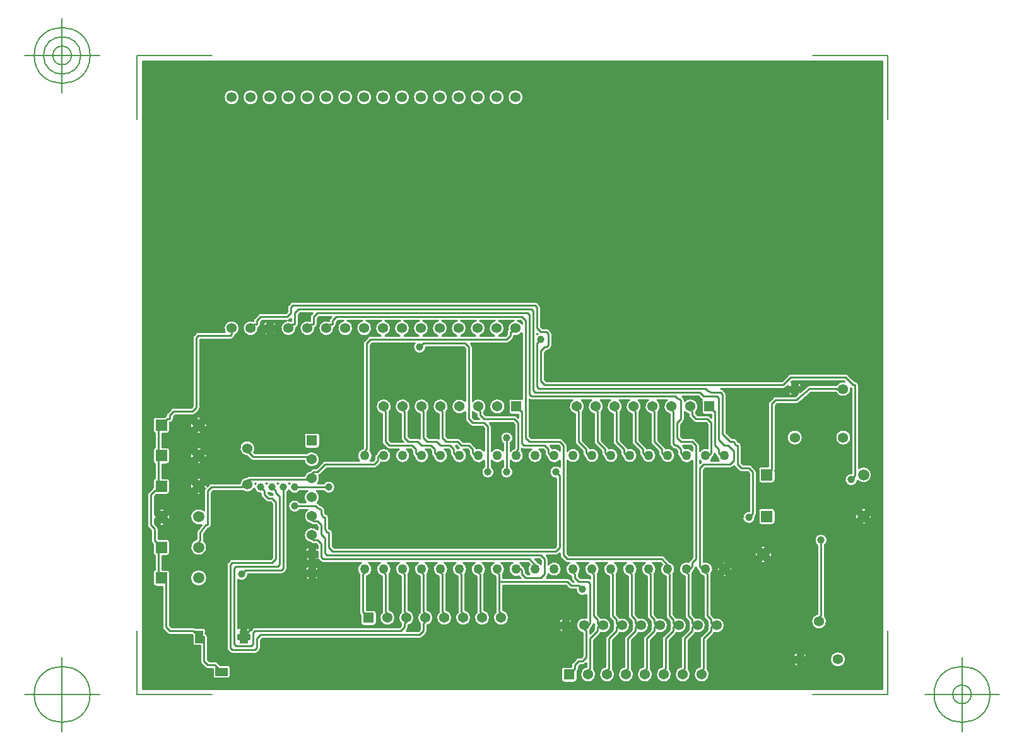
<source format=gbr>
G04 Generated by Ultiboard 13.0 *
%FSLAX24Y24*%
%MOIN*%

%ADD10C,0.0001*%
%ADD11C,0.0100*%
%ADD12C,0.0001*%
%ADD13C,0.0050*%
%ADD14C,0.0534*%
%ADD15C,0.0394*%
%ADD16C,0.0500*%
%ADD17C,0.0540*%
%ADD18R,0.0540X0.0540*%
%ADD19C,0.0591*%
%ADD20R,0.0591X0.0591*%


G04 ColorRGB 00FF00 for the following layer *
%LNCopper Top*%
%LPD*%
G54D10*
G36*
X151Y151D02*
X151Y151D01*
X151Y33314D01*
X39219Y33314D01*
X39219Y151D01*
X151Y151D01*
D02*
G37*
%LPC*%
G36*
X990Y9298D02*
G75*
D01*
G03X990Y9298I165J-63*
G01*
D02*
G37*
G36*
X399Y10400D02*
X399Y10400D01*
X399Y8800D01*
G75*
D01*
G03X458Y8658I201J0*
G01*
X458Y8658D01*
X599Y8517D01*
X599Y7976D01*
G75*
D01*
G03X658Y7833I201J-1*
G01*
X658Y7833D01*
X709Y7782D01*
X709Y7325D01*
G75*
D01*
G03X799Y7187I151J0*
G01*
X799Y7187D01*
X799Y6439D01*
G74*
D01*
G03X709Y6302I59J137*
G01*
X709Y6302D01*
X709Y5711D01*
G75*
D01*
G03X860Y5560I151J0*
G01*
X860Y5560D01*
X1199Y5560D01*
X1199Y3400D01*
G75*
D01*
G03X1258Y3258I201J0*
G01*
X1258Y3258D01*
X1458Y3058D01*
G74*
D01*
G03X1571Y3001I142J141*
G01*
G75*
D01*
G03X1600Y2999I28J199*
G01*
X1600Y2999D01*
X2755Y2999D01*
X2791Y2963D01*
X2791Y2522D01*
G75*
D01*
G03X2877Y2435I86J-1*
G01*
X2877Y2435D01*
X3199Y2435D01*
X3199Y1600D01*
G75*
D01*
G03X3258Y1458I201J0*
G01*
X3258Y1458D01*
X3458Y1258D01*
G74*
D01*
G03X3571Y1201I142J141*
G01*
G75*
D01*
G03X3600Y1199I28J199*
G01*
X3600Y1199D01*
X3854Y1199D01*
X3854Y789D01*
G75*
D01*
G03X3940Y703I86J0*
G01*
X3940Y703D01*
X4697Y703D01*
G75*
D01*
G03X4784Y789I1J86*
G01*
X4784Y789D01*
X4784Y1310D01*
G74*
D01*
G03X4697Y1397I87J0*
G01*
X4697Y1397D01*
X4256Y1397D01*
X4191Y1461D01*
G74*
D01*
G03X4000Y1601I191J60*
G01*
X4000Y1601D01*
X3683Y1601D01*
X3601Y1683D01*
X3601Y2900D01*
G74*
D01*
G03X3485Y3082I201J0*
G01*
X3485Y3082D01*
X3485Y3278D01*
G74*
D01*
G03X3398Y3365I87J0*
G01*
X3398Y3365D01*
X2952Y3365D01*
G74*
D01*
G03X2897Y3392I115J164*
G01*
G75*
D01*
G03X2838Y3401I-59J-191*
G01*
X2838Y3401D01*
X1683Y3401D01*
X1601Y3483D01*
X1601Y5704D01*
G75*
D01*
G03X1601Y5711I-151J4*
G01*
X1601Y5711D01*
X1601Y6302D01*
G74*
D01*
G03X1450Y6452I151J1*
G01*
X1450Y6452D01*
X1201Y6452D01*
X1201Y7174D01*
X1450Y7174D01*
G75*
D01*
G03X1601Y7325I0J151*
G01*
X1601Y7325D01*
X1601Y7916D01*
G74*
D01*
G03X1450Y8066I151J1*
G01*
X1450Y8066D01*
X1001Y8066D01*
X1001Y8600D01*
G74*
D01*
G03X942Y8742I201J0*
G01*
X942Y8742D01*
X801Y8883D01*
X801Y9104D01*
X931Y9235D01*
X868Y9298D01*
X868Y9298D01*
X801Y9365D01*
X801Y10317D01*
X883Y10399D01*
X1155Y10399D01*
G74*
D01*
G03X1194Y10403I1J201*
G01*
X1194Y10403D01*
X1450Y10403D01*
G75*
D01*
G03X1601Y10554I0J151*
G01*
X1601Y10554D01*
X1601Y11144D01*
G74*
D01*
G03X1450Y11295I151J0*
G01*
X1450Y11295D01*
X1201Y11295D01*
X1201Y12017D01*
X1450Y12017D01*
G75*
D01*
G03X1601Y12168I0J151*
G01*
X1601Y12168D01*
X1601Y12758D01*
G74*
D01*
G03X1450Y12909I151J0*
G01*
X1450Y12909D01*
X1201Y12909D01*
X1201Y13631D01*
X1450Y13631D01*
G75*
D01*
G03X1601Y13782I0J151*
G01*
X1601Y13782D01*
X1601Y14199D01*
G75*
D01*
G03X1801Y14400I-1J201*
G01*
X1801Y14400D01*
X1801Y14517D01*
X1883Y14599D01*
X2800Y14599D01*
G75*
D01*
G03X2866Y14610I0J201*
G01*
G74*
D01*
G03X2942Y14658I67J190*
G01*
X2942Y14658D01*
X3142Y14858D01*
G75*
D01*
G03X3201Y15000I-141J142*
G01*
X3201Y15000D01*
X3201Y18599D01*
X4800Y18599D01*
G75*
D01*
G03X4870Y18612I-1J201*
G01*
G74*
D01*
G03X4942Y18658I69J188*
G01*
X4942Y18658D01*
X5010Y18726D01*
G74*
D01*
G03X5066Y18830I140J143*
G01*
G75*
D01*
G03X4501Y19001I-197J367*
G01*
X4501Y19001D01*
X3100Y19001D01*
G75*
D01*
G03X3084Y19000I5J-201*
G01*
G74*
D01*
G03X2958Y18942I15J199*
G01*
X2958Y18942D01*
X2858Y18842D01*
G75*
D01*
G03X2799Y18699I141J-142*
G01*
X2799Y18699D01*
X2799Y15083D01*
X2717Y15001D01*
X1800Y15001D01*
G75*
D01*
G03X1771Y14999I-1J-201*
G01*
G74*
D01*
G03X1658Y14942I29J199*
G01*
X1658Y14942D01*
X1458Y14742D01*
G75*
D01*
G03X1399Y14600I141J-142*
G01*
X1399Y14600D01*
X1399Y14585D01*
G74*
D01*
G03X1336Y14542I80J185*
G01*
X1336Y14542D01*
X1317Y14523D01*
X860Y14523D01*
G75*
D01*
G03X709Y14372I0J-151*
G01*
X709Y14372D01*
X709Y13782D01*
G75*
D01*
G03X799Y13644I151J0*
G01*
X799Y13644D01*
X799Y12896D01*
G74*
D01*
G03X709Y12758I60J137*
G01*
X709Y12758D01*
X709Y12168D01*
G75*
D01*
G03X799Y12030I151J0*
G01*
X799Y12030D01*
X799Y11282D01*
G74*
D01*
G03X709Y11144I60J137*
G01*
X709Y11144D01*
X709Y10779D01*
G74*
D01*
G03X658Y10742I90J178*
G01*
X658Y10742D01*
X458Y10542D01*
G75*
D01*
G03X399Y10400I141J-142*
G01*
D02*
G37*
G36*
X1379Y9235D02*
X1379Y9235D01*
X1601Y9012D01*
X1601Y9457D01*
X1442Y9298D01*
X1379Y9235D01*
D02*
G37*
G36*
X18682Y6799D02*
G75*
D01*
G03X18799Y6082I221J-332*
G01*
X18799Y6082D01*
X18799Y4201D01*
G75*
D01*
G03X18799Y4193I201J-4*
G01*
G75*
D01*
G03X19201Y4308I301J-293*
G01*
X19201Y4308D01*
X19201Y5599D01*
X22517Y5599D01*
X22658Y5458D01*
G75*
D01*
G03X22800Y5399I142J141*
G01*
X22800Y5399D01*
X23053Y5399D01*
G75*
D01*
G03X23599Y5116I347J1*
G01*
X23599Y5116D01*
X23599Y3905D01*
G75*
D01*
G03X23399Y3096I-100J-405*
G01*
X23399Y3096D01*
X23399Y1883D01*
X23317Y1801D01*
X23200Y1801D01*
G75*
D01*
G03X23171Y1799I-1J-201*
G01*
G74*
D01*
G03X23058Y1742I29J199*
G01*
X23058Y1742D01*
X22858Y1542D01*
G75*
D01*
G03X22799Y1400I141J-142*
G01*
X22799Y1400D01*
X22799Y1321D01*
X22430Y1321D01*
G75*
D01*
G03X22279Y1170I0J-151*
G01*
X22279Y1170D01*
X22279Y630D01*
G75*
D01*
G03X22430Y479I151J0*
G01*
X22430Y479D01*
X22970Y479D01*
G75*
D01*
G03X23121Y630I0J151*
G01*
X23121Y630D01*
X23121Y1037D01*
X23142Y1058D01*
G75*
D01*
G03X23201Y1200I-141J142*
G01*
X23201Y1200D01*
X23201Y1317D01*
X23283Y1399D01*
X23400Y1399D01*
G75*
D01*
G03X23466Y1410I0J201*
G01*
G74*
D01*
G03X23542Y1458I67J190*
G01*
X23542Y1458D01*
X23599Y1515D01*
X23599Y1308D01*
G75*
D01*
G03X24001Y1193I101J-408*
G01*
G75*
D01*
G03X24001Y1200I-201J4*
G01*
X24001Y1200D01*
X24001Y2717D01*
X24342Y3058D01*
G74*
D01*
G03X24376Y3102I140J143*
G01*
G75*
D01*
G03X24376Y3898I121J398*
G01*
G74*
D01*
G03X24342Y3942I175J100*
G01*
X24342Y3942D01*
X24201Y4083D01*
X24201Y6198D01*
G75*
D01*
G03X24128Y6799I-295J269*
G01*
X24128Y6799D01*
X24682Y6799D01*
G75*
D01*
G03X24799Y6082I221J-332*
G01*
X24799Y6082D01*
X24799Y4000D01*
G75*
D01*
G03X24858Y3858I201J0*
G01*
X24858Y3858D01*
X24999Y3717D01*
X24999Y3601D01*
G75*
D01*
G03X25026Y3500I201J0*
G01*
G75*
D01*
G03X24999Y3399I173J-100*
G01*
X24999Y3399D01*
X24999Y3283D01*
X24658Y2942D01*
G75*
D01*
G03X24599Y2800I141J-142*
G01*
X24599Y2800D01*
X24599Y1308D01*
G75*
D01*
G03X25001Y1193I101J-408*
G01*
G75*
D01*
G03X25001Y1200I-201J4*
G01*
X25001Y1200D01*
X25001Y2717D01*
X25342Y3058D01*
G74*
D01*
G03X25376Y3102I140J143*
G01*
G75*
D01*
G03X25376Y3898I121J398*
G01*
G74*
D01*
G03X25342Y3942I175J100*
G01*
X25342Y3942D01*
X25201Y4083D01*
X25201Y6198D01*
G75*
D01*
G03X25128Y6799I-295J269*
G01*
X25128Y6799D01*
X25682Y6799D01*
G75*
D01*
G03X25799Y6082I221J-332*
G01*
X25799Y6082D01*
X25799Y4000D01*
G75*
D01*
G03X25858Y3858I201J0*
G01*
X25858Y3858D01*
X25999Y3717D01*
X25999Y3601D01*
G75*
D01*
G03X26026Y3500I201J0*
G01*
G75*
D01*
G03X25999Y3399I173J-100*
G01*
X25999Y3399D01*
X25999Y3283D01*
X25658Y2942D01*
G75*
D01*
G03X25599Y2800I141J-142*
G01*
X25599Y2800D01*
X25599Y1308D01*
G75*
D01*
G03X26001Y1193I101J-408*
G01*
G75*
D01*
G03X26001Y1200I-201J4*
G01*
X26001Y1200D01*
X26001Y2717D01*
X26342Y3058D01*
G74*
D01*
G03X26376Y3102I140J143*
G01*
G75*
D01*
G03X26376Y3898I121J398*
G01*
G74*
D01*
G03X26342Y3942I175J100*
G01*
X26342Y3942D01*
X26201Y4083D01*
X26201Y6198D01*
G75*
D01*
G03X26128Y6799I-295J269*
G01*
X26128Y6799D01*
X26682Y6799D01*
G75*
D01*
G03X26799Y6082I221J-332*
G01*
X26799Y6082D01*
X26799Y4000D01*
G75*
D01*
G03X26858Y3858I201J0*
G01*
X26858Y3858D01*
X26999Y3717D01*
X26999Y3601D01*
G75*
D01*
G03X27026Y3500I201J0*
G01*
G75*
D01*
G03X26999Y3399I173J-100*
G01*
X26999Y3399D01*
X26999Y3283D01*
X26658Y2942D01*
G75*
D01*
G03X26599Y2800I141J-142*
G01*
X26599Y2800D01*
X26599Y1308D01*
G75*
D01*
G03X27001Y1193I101J-408*
G01*
G75*
D01*
G03X27001Y1200I-201J4*
G01*
X27001Y1200D01*
X27001Y2717D01*
X27342Y3058D01*
G74*
D01*
G03X27376Y3102I140J143*
G01*
G75*
D01*
G03X27376Y3898I121J398*
G01*
G74*
D01*
G03X27342Y3942I175J100*
G01*
X27342Y3942D01*
X27201Y4083D01*
X27201Y6198D01*
G75*
D01*
G03X27128Y6799I-295J269*
G01*
X27128Y6799D01*
X27517Y6799D01*
X27595Y6720D01*
G75*
D01*
G03X27799Y6082I310J-252*
G01*
X27799Y6082D01*
X27799Y4000D01*
G75*
D01*
G03X27858Y3858I201J0*
G01*
X27858Y3858D01*
X27999Y3717D01*
X27999Y3601D01*
G75*
D01*
G03X28026Y3500I201J0*
G01*
G75*
D01*
G03X27999Y3399I173J-100*
G01*
X27999Y3399D01*
X27999Y3283D01*
X27658Y2942D01*
G75*
D01*
G03X27599Y2800I141J-142*
G01*
X27599Y2800D01*
X27599Y1308D01*
G75*
D01*
G03X28001Y1193I101J-408*
G01*
G75*
D01*
G03X28001Y1200I-201J4*
G01*
X28001Y1200D01*
X28001Y2717D01*
X28196Y2912D01*
X28196Y2912D01*
X28342Y3058D01*
G74*
D01*
G03X28376Y3102I140J143*
G01*
G75*
D01*
G03X28376Y3898I121J398*
G01*
G74*
D01*
G03X28342Y3942I175J100*
G01*
X28342Y3942D01*
X28201Y4083D01*
X28201Y6198D01*
G75*
D01*
G03X28041Y6843I-294J269*
G01*
X28041Y6843D01*
X27742Y7142D01*
G74*
D01*
G03X27641Y7197I142J141*
G01*
G75*
D01*
G03X27600Y7201I-40J-197*
G01*
X27600Y7201D01*
X22683Y7201D01*
X22601Y7283D01*
X22601Y12207D01*
G75*
D01*
G03X22601Y12727I304J260*
G01*
X22601Y12727D01*
X22601Y13000D01*
G74*
D01*
G03X22542Y13142I201J0*
G01*
X22542Y13142D01*
X22342Y13342D01*
G74*
D01*
G03X22266Y13390I142J141*
G01*
G75*
D01*
G03X22200Y13401I-66J-190*
G01*
X22200Y13401D01*
X20683Y13401D01*
X20601Y13483D01*
X20601Y15425D01*
G74*
D01*
G03X20684Y15400I98J175*
G01*
G75*
D01*
G03X20700Y15399I20J199*
G01*
X20700Y15399D01*
X22848Y15399D01*
G75*
D01*
G03X22999Y14661I255J-332*
G01*
X22999Y14661D01*
X22999Y13200D01*
G75*
D01*
G03X23058Y13058I201J0*
G01*
X23058Y13058D01*
X23399Y12717D01*
X23399Y12601D01*
G75*
D01*
G03X23458Y12458I201J-1*
G01*
X23458Y12458D01*
X23510Y12406D01*
G75*
D01*
G03X23794Y12852I394J62*
G01*
G74*
D01*
G03X23742Y12942I193J52*
G01*
X23742Y12942D01*
X23401Y13283D01*
X23401Y14769D01*
G75*
D01*
G03X23362Y15399I-296J298*
G01*
X23362Y15399D01*
X23848Y15399D01*
G75*
D01*
G03X23999Y14661I255J-332*
G01*
X23999Y14661D01*
X23999Y13200D01*
G75*
D01*
G03X24058Y13058I201J0*
G01*
X24058Y13058D01*
X24399Y12717D01*
X24399Y12601D01*
G75*
D01*
G03X24458Y12458I201J-1*
G01*
X24458Y12458D01*
X24510Y12406D01*
G75*
D01*
G03X24794Y12852I394J62*
G01*
G74*
D01*
G03X24742Y12942I193J52*
G01*
X24742Y12942D01*
X24401Y13283D01*
X24401Y14769D01*
G75*
D01*
G03X24362Y15399I-296J298*
G01*
X24362Y15399D01*
X24848Y15399D01*
G75*
D01*
G03X24999Y14661I255J-332*
G01*
X24999Y14661D01*
X24999Y13200D01*
G75*
D01*
G03X25058Y13058I201J0*
G01*
X25058Y13058D01*
X25399Y12717D01*
X25399Y12601D01*
G75*
D01*
G03X25458Y12458I201J-1*
G01*
X25458Y12458D01*
X25510Y12406D01*
G75*
D01*
G03X25794Y12852I394J62*
G01*
G74*
D01*
G03X25742Y12942I193J52*
G01*
X25742Y12942D01*
X25401Y13283D01*
X25401Y14769D01*
G75*
D01*
G03X25362Y15399I-296J298*
G01*
X25362Y15399D01*
X25848Y15399D01*
G75*
D01*
G03X25999Y14661I255J-332*
G01*
X25999Y14661D01*
X25999Y13200D01*
G75*
D01*
G03X26058Y13058I201J0*
G01*
X26058Y13058D01*
X26399Y12717D01*
X26399Y12601D01*
G75*
D01*
G03X26458Y12458I201J-1*
G01*
X26458Y12458D01*
X26510Y12406D01*
G75*
D01*
G03X26794Y12852I394J62*
G01*
G74*
D01*
G03X26742Y12942I193J52*
G01*
X26742Y12942D01*
X26401Y13283D01*
X26401Y14769D01*
G75*
D01*
G03X26362Y15399I-296J298*
G01*
X26362Y15399D01*
X26848Y15399D01*
G75*
D01*
G03X26999Y14661I255J-332*
G01*
X26999Y14661D01*
X26999Y13200D01*
G75*
D01*
G03X27058Y13058I201J0*
G01*
X27058Y13058D01*
X27399Y12717D01*
X27399Y12601D01*
G75*
D01*
G03X27458Y12458I201J-1*
G01*
X27458Y12458D01*
X27510Y12406D01*
G75*
D01*
G03X27794Y12852I394J62*
G01*
G74*
D01*
G03X27742Y12942I193J52*
G01*
X27742Y12942D01*
X27401Y13283D01*
X27401Y14769D01*
G75*
D01*
G03X27362Y15399I-296J298*
G01*
X27362Y15399D01*
X27848Y15399D01*
G75*
D01*
G03X27999Y14661I255J-332*
G01*
X27999Y14661D01*
X27999Y13101D01*
G75*
D01*
G03X28058Y12958I201J-1*
G01*
X28058Y12958D01*
X28158Y12858D01*
G74*
D01*
G03X28284Y12800I141J141*
G01*
G75*
D01*
G03X28300Y12799I20J199*
G01*
X28300Y12799D01*
X28317Y12799D01*
X28399Y12717D01*
X28399Y12601D01*
G75*
D01*
G03X28458Y12458I201J-1*
G01*
X28458Y12458D01*
X28510Y12406D01*
G75*
D01*
G03X29199Y12196I395J59*
G01*
X29199Y12196D01*
X29199Y7083D01*
X29058Y6942D01*
G74*
D01*
G03X29006Y6854I140J142*
G01*
G75*
D01*
G03X28799Y6082I-104J-386*
G01*
X28799Y6082D01*
X28799Y4000D01*
G75*
D01*
G03X28858Y3858I201J0*
G01*
X28858Y3858D01*
X28999Y3717D01*
X28999Y3601D01*
G75*
D01*
G03X29026Y3500I201J0*
G01*
G75*
D01*
G03X28999Y3399I173J-100*
G01*
X28999Y3399D01*
X28999Y3283D01*
X28658Y2942D01*
G75*
D01*
G03X28599Y2800I141J-142*
G01*
X28599Y2800D01*
X28599Y1308D01*
G75*
D01*
G03X29001Y1193I101J-408*
G01*
G75*
D01*
G03X29001Y1200I-201J4*
G01*
X29001Y1200D01*
X29001Y2717D01*
X29342Y3058D01*
G74*
D01*
G03X29376Y3102I140J143*
G01*
G75*
D01*
G03X29376Y3898I121J398*
G01*
G74*
D01*
G03X29342Y3942I175J100*
G01*
X29342Y3942D01*
X29201Y4083D01*
X29201Y6198D01*
G74*
D01*
G03X29302Y6418I295J269*
G01*
X29302Y6418D01*
X29342Y6458D01*
G74*
D01*
G03X29400Y6580I141J142*
G01*
G74*
D01*
G03X29458Y6458I199J20*
G01*
X29458Y6458D01*
X29510Y6406D01*
G74*
D01*
G03X29799Y6082I394J61*
G01*
X29799Y6082D01*
X29799Y4000D01*
G75*
D01*
G03X29858Y3858I201J0*
G01*
X29858Y3858D01*
X29999Y3717D01*
X29999Y3601D01*
G75*
D01*
G03X30026Y3500I201J0*
G01*
G75*
D01*
G03X29999Y3399I173J-100*
G01*
X29999Y3399D01*
X29999Y3283D01*
X29658Y2942D01*
G75*
D01*
G03X29599Y2800I141J-142*
G01*
X29599Y2800D01*
X29599Y1308D01*
G75*
D01*
G03X30001Y1193I101J-408*
G01*
G75*
D01*
G03X30001Y1200I-201J4*
G01*
X30001Y1200D01*
X30001Y2717D01*
X30342Y3058D01*
G74*
D01*
G03X30376Y3102I140J143*
G01*
G75*
D01*
G03X30376Y3898I121J398*
G01*
G74*
D01*
G03X30342Y3942I175J100*
G01*
X30342Y3942D01*
X30201Y4083D01*
X30201Y6198D01*
G75*
D01*
G03X29801Y6853I-293J271*
G01*
X29801Y6853D01*
X29801Y11717D01*
X29883Y11799D01*
X31200Y11799D01*
G74*
D01*
G03X31342Y11858I0J201*
G01*
X31342Y11858D01*
X31412Y11928D01*
G74*
D01*
G03X31458Y11858I187J73*
G01*
X31458Y11858D01*
X31658Y11658D01*
G74*
D01*
G03X31771Y11601I142J141*
G01*
G75*
D01*
G03X31800Y11599I28J199*
G01*
X31800Y11599D01*
X32117Y11599D01*
X32199Y11517D01*
X32199Y9547D01*
G75*
D01*
G03X32542Y9258I1J-347*
G01*
G75*
D01*
G03X32601Y9400I-141J142*
G01*
X32601Y9400D01*
X32601Y11600D01*
G74*
D01*
G03X32542Y11742I201J0*
G01*
X32542Y11742D01*
X32342Y11942D01*
G74*
D01*
G03X32266Y11990I142J141*
G01*
G75*
D01*
G03X32200Y12001I-66J-190*
G01*
X32200Y12001D01*
X31883Y12001D01*
X31801Y12083D01*
X31801Y13000D01*
G74*
D01*
G03X31625Y13199I201J0*
G01*
X31625Y13199D01*
X31580Y13290D01*
G74*
D01*
G03X31455Y13393I179J90*
G01*
G75*
D01*
G03X31400Y13401I-56J-192*
G01*
X31400Y13401D01*
X31283Y13401D01*
X31001Y13683D01*
X31001Y15700D01*
G74*
D01*
G03X30942Y15842I201J0*
G01*
X30942Y15842D01*
X30842Y15942D01*
G74*
D01*
G03X30772Y15988I142J140*
G01*
G74*
D01*
G03X30728Y15999I70J188*
G01*
X30728Y15999D01*
X34000Y15999D01*
G75*
D01*
G03X34052Y16006I-1J201*
G01*
G74*
D01*
G03X34142Y16058I52J193*
G01*
X34142Y16058D01*
X34245Y16161D01*
G74*
D01*
G03X34231Y16127I377J175*
G01*
X34231Y16127D01*
X34473Y16127D01*
X34473Y16369D01*
G74*
D01*
G03X34439Y16355I141J390*
G01*
X34439Y16355D01*
X34483Y16399D01*
X37217Y16399D01*
X37222Y16394D01*
G75*
D01*
G03X36825Y16199I-43J-414*
G01*
G75*
D01*
G03X36800Y16201I-28J-198*
G01*
X36800Y16201D01*
X35400Y16201D01*
G75*
D01*
G03X35343Y16193I-1J-201*
G01*
G74*
D01*
G03X35271Y16154I58J193*
G01*
X35271Y16154D01*
X34884Y15832D01*
X34768Y15832D01*
X34768Y15735D01*
X34671Y15654D01*
G74*
D01*
G03X34658Y15642I129J153*
G01*
X34658Y15642D01*
X34617Y15601D01*
X34473Y15601D01*
X34473Y15832D01*
X34231Y15832D01*
G74*
D01*
G03X34446Y15601I389J147*
G01*
X34446Y15601D01*
X33600Y15601D01*
G75*
D01*
G03X33571Y15599I-1J-201*
G01*
G74*
D01*
G03X33458Y15542I29J199*
G01*
X33458Y15542D01*
X33258Y15342D01*
G75*
D01*
G03X33199Y15200I141J-142*
G01*
X33199Y15200D01*
X33199Y11899D01*
X32840Y11899D01*
G75*
D01*
G03X32689Y11748I0J-151*
G01*
X32689Y11748D01*
X32689Y11158D01*
G75*
D01*
G03X32840Y11007I151J0*
G01*
X32840Y11007D01*
X33430Y11007D01*
G75*
D01*
G03X33581Y11158I0J151*
G01*
X33581Y11158D01*
X33581Y11631D01*
G75*
D01*
G03X33601Y11718I-180J87*
G01*
X33601Y11718D01*
X33601Y15117D01*
X33683Y15199D01*
X34700Y15199D01*
G75*
D01*
G03X34772Y15212I1J201*
G01*
G74*
D01*
G03X34842Y15258I73J187*
G01*
X34842Y15258D01*
X34936Y15351D01*
X35473Y15799D01*
X36732Y15799D01*
G74*
D01*
G03X36766Y15786I88J180*
G01*
G74*
D01*
G03X36814Y15779I53J194*
G01*
G75*
D01*
G03X37593Y16030I365J202*
G01*
G74*
D01*
G03X37599Y16026I114J164*
G01*
X37599Y16026D01*
X37599Y11547D01*
G75*
D01*
G03X37941Y11136I1J-347*
G01*
G75*
D01*
G03X38001Y11820I310J317*
G01*
X38001Y11820D01*
X38001Y16200D01*
G74*
D01*
G03X37800Y16401I201J0*
G01*
X37800Y16401D01*
X37783Y16401D01*
X37645Y16540D01*
X37542Y16642D01*
X37542Y16642D01*
X37542Y16642D01*
X37442Y16742D01*
G74*
D01*
G03X37372Y16788I142J140*
G01*
G75*
D01*
G03X37300Y16801I-71J-188*
G01*
X37300Y16801D01*
X34400Y16801D01*
G75*
D01*
G03X34350Y16795I-1J-201*
G01*
G74*
D01*
G03X34258Y16742I51J194*
G01*
X34258Y16742D01*
X33917Y16401D01*
X21483Y16401D01*
X21401Y16483D01*
X21401Y17917D01*
X21483Y17999D01*
X21500Y17999D01*
G74*
D01*
G03X21642Y18058I0J201*
G01*
X21642Y18058D01*
X21742Y18158D01*
G75*
D01*
G03X21801Y18300I-141J142*
G01*
X21801Y18300D01*
X21801Y18900D01*
G74*
D01*
G03X21742Y19042I201J0*
G01*
X21742Y19042D01*
X21642Y19142D01*
G74*
D01*
G03X21572Y19188I142J140*
G01*
G75*
D01*
G03X21500Y19201I-71J-188*
G01*
X21500Y19201D01*
X21283Y19201D01*
X21201Y19283D01*
X21201Y20300D01*
G74*
D01*
G03X21142Y20442I201J0*
G01*
X21142Y20442D01*
X21042Y20542D01*
G74*
D01*
G03X20972Y20588I142J140*
G01*
G75*
D01*
G03X20900Y20601I-71J-188*
G01*
X20900Y20601D01*
X8100Y20601D01*
G75*
D01*
G03X8084Y20600I5J-201*
G01*
G74*
D01*
G03X7958Y20542I15J199*
G01*
X7958Y20542D01*
X7858Y20442D01*
G75*
D01*
G03X7799Y20299I141J-142*
G01*
X7799Y20299D01*
X7799Y20083D01*
X7717Y20001D01*
X6400Y20001D01*
G75*
D01*
G03X6371Y19999I-1J-201*
G01*
G74*
D01*
G03X6258Y19942I29J199*
G01*
X6258Y19942D01*
X6058Y19742D01*
G75*
D01*
G03X5999Y19600I141J-142*
G01*
X5999Y19600D01*
X5999Y19593D01*
G75*
D01*
G03X6285Y19218I-130J-395*
G01*
G75*
D01*
G03X6401Y19400I-84J182*
G01*
X6401Y19400D01*
X6401Y19517D01*
X6483Y19599D01*
X7756Y19599D01*
G75*
D01*
G03X8285Y19218I113J-400*
G01*
G75*
D01*
G03X8401Y19400I-84J182*
G01*
X8401Y19400D01*
X8401Y19917D01*
X8483Y19999D01*
X9115Y19999D01*
X9058Y19942D01*
G75*
D01*
G03X8999Y19800I141J-142*
G01*
X8999Y19800D01*
X8999Y19593D01*
G75*
D01*
G03X9285Y19218I-130J-395*
G01*
G75*
D01*
G03X9401Y19400I-84J182*
G01*
X9401Y19400D01*
X9401Y19717D01*
X9483Y19799D01*
X10115Y19799D01*
X10058Y19742D01*
G75*
D01*
G03X9999Y19600I141J-142*
G01*
X9999Y19600D01*
X9999Y19593D01*
G75*
D01*
G03X10285Y19218I-130J-395*
G01*
G75*
D01*
G03X10401Y19400I-84J182*
G01*
X10401Y19400D01*
X10401Y19517D01*
X10483Y19599D01*
X10756Y19599D01*
G75*
D01*
G03X10981Y19599I113J-400*
G01*
X10981Y19599D01*
X11756Y19599D01*
G75*
D01*
G03X11981Y19599I113J-400*
G01*
X11981Y19599D01*
X12756Y19599D01*
G75*
D01*
G03X12740Y18801I109J-401*
G01*
X12740Y18801D01*
X12200Y18801D01*
G75*
D01*
G03X12171Y18799I-1J-201*
G01*
G74*
D01*
G03X12058Y18742I29J199*
G01*
X12058Y18742D01*
X11858Y18542D01*
G75*
D01*
G03X11799Y18400I141J-142*
G01*
X11799Y18400D01*
X11799Y12883D01*
X11763Y12847D01*
G74*
D01*
G03X11754Y12838I137J146*
G01*
G75*
D01*
G03X11606Y12201I150J-371*
G01*
X11606Y12201D01*
X9800Y12201D01*
G75*
D01*
G03X9750Y12195I-1J-201*
G01*
G74*
D01*
G03X9658Y12142I51J194*
G01*
X9658Y12142D01*
X9317Y11801D01*
X9200Y11801D01*
G75*
D01*
G03X9129Y11788I0J-201*
G01*
G74*
D01*
G03X9058Y11742I71J187*
G01*
X9058Y11742D01*
X8986Y11670D01*
G74*
D01*
G03X8707Y11401I119J403*
G01*
X8707Y11401D01*
X5800Y11401D01*
G75*
D01*
G03X5784Y11400I5J-201*
G01*
G74*
D01*
G03X5672Y11355I15J199*
G01*
G74*
D01*
G03X5288Y11001I27J415*
G01*
X5288Y11001D01*
X3800Y11001D01*
G75*
D01*
G03X3771Y10999I-1J-201*
G01*
G74*
D01*
G03X3658Y10942I29J199*
G01*
X3658Y10942D01*
X3569Y10853D01*
G74*
D01*
G03X3530Y11032I445J3*
G01*
X3530Y11032D01*
X3347Y10849D01*
X3456Y10740D01*
G75*
D01*
G03X3399Y10600I143J-140*
G01*
X3399Y10600D01*
X3399Y9585D01*
G75*
D01*
G03X3256Y8809I-274J-351*
G01*
X3256Y8809D01*
X3039Y8521D01*
G75*
D01*
G03X2999Y8400I161J-120*
G01*
X2999Y8400D01*
X2999Y8083D01*
X2982Y8066D01*
G74*
D01*
G03X2955Y8032I142J141*
G01*
G75*
D01*
G03X3399Y7971I170J-411*
G01*
G75*
D01*
G03X3401Y8000I-199J28*
G01*
X3401Y8000D01*
X3401Y8333D01*
X3600Y8599D01*
G75*
D01*
G03X3801Y8800I0J201*
G01*
X3801Y8800D01*
X3801Y10517D01*
X3883Y10599D01*
X5400Y10599D01*
G75*
D01*
G03X5425Y10601I-3J201*
G01*
G74*
D01*
G03X5450Y10605I19J199*
G01*
G75*
D01*
G03X6060Y10730I249J334*
G01*
G74*
D01*
G03X6399Y10453I340J70*
G01*
X6399Y10453D01*
X6399Y10400D01*
G75*
D01*
G03X6458Y10258I201J0*
G01*
X6458Y10258D01*
X6658Y10058D01*
G74*
D01*
G03X6771Y10001I142J141*
G01*
G75*
D01*
G03X6800Y9999I28J199*
G01*
X6800Y9999D01*
X6917Y9999D01*
X6999Y9917D01*
X6999Y7083D01*
X6917Y7001D01*
X4900Y7001D01*
G75*
D01*
G03X4758Y6942I0J-201*
G01*
X4758Y6942D01*
X4658Y6842D01*
G75*
D01*
G03X4599Y6700I141J-142*
G01*
X4599Y6700D01*
X4599Y2301D01*
G75*
D01*
G03X4658Y2158I201J-1*
G01*
X4658Y2158D01*
X4758Y2058D01*
G74*
D01*
G03X4884Y2000I141J141*
G01*
G75*
D01*
G03X4900Y1999I20J199*
G01*
X4900Y1999D01*
X6100Y1999D01*
G75*
D01*
G03X6172Y2012I1J201*
G01*
G74*
D01*
G03X6242Y2058I73J187*
G01*
X6242Y2058D01*
X6342Y2158D01*
G75*
D01*
G03X6401Y2300I-141J142*
G01*
X6401Y2300D01*
X6401Y2717D01*
X6483Y2799D01*
X14800Y2799D01*
G75*
D01*
G03X14866Y2810I0J201*
G01*
G74*
D01*
G03X14942Y2858I67J190*
G01*
X14942Y2858D01*
X15142Y3058D01*
G75*
D01*
G03X15201Y3200I-141J142*
G01*
X15201Y3200D01*
X15201Y3492D01*
G75*
D01*
G03X15201Y4308I-100J408*
G01*
X15201Y4308D01*
X15201Y6198D01*
G75*
D01*
G03X15128Y6799I-295J269*
G01*
X15128Y6799D01*
X15682Y6799D01*
G75*
D01*
G03X15799Y6082I221J-332*
G01*
X15799Y6082D01*
X15799Y4201D01*
G75*
D01*
G03X15799Y4193I201J-4*
G01*
G75*
D01*
G03X16201Y4308I301J-293*
G01*
X16201Y4308D01*
X16201Y6198D01*
G75*
D01*
G03X16128Y6799I-295J269*
G01*
X16128Y6799D01*
X16682Y6799D01*
G75*
D01*
G03X16799Y6082I221J-332*
G01*
X16799Y6082D01*
X16799Y4201D01*
G75*
D01*
G03X16799Y4193I201J-4*
G01*
G75*
D01*
G03X17201Y4308I301J-293*
G01*
X17201Y4308D01*
X17201Y6198D01*
G75*
D01*
G03X17128Y6799I-295J269*
G01*
X17128Y6799D01*
X17682Y6799D01*
G75*
D01*
G03X17799Y6082I221J-332*
G01*
X17799Y6082D01*
X17799Y4201D01*
G75*
D01*
G03X17799Y4193I201J-4*
G01*
G75*
D01*
G03X18201Y4308I301J-293*
G01*
X18201Y4308D01*
X18201Y6198D01*
G75*
D01*
G03X18128Y6799I-295J269*
G01*
X18128Y6799D01*
X18682Y6799D01*
D02*
G37*
G36*
X9375Y13688D02*
X9375Y13688D01*
X8835Y13688D01*
G75*
D01*
G03X8684Y13537I0J-151*
G01*
X8684Y13537D01*
X8684Y12997D01*
G75*
D01*
G03X8835Y12846I151J0*
G01*
X8835Y12846D01*
X9375Y12846D01*
G75*
D01*
G03X9526Y12997I0J151*
G01*
X9526Y12997D01*
X9526Y13537D01*
G74*
D01*
G03X9375Y13688I151J0*
G01*
D02*
G37*
G36*
X8691Y12199D02*
G75*
D01*
G03X8844Y12596I413J69*
G01*
G75*
D01*
G03X8800Y12601I-44J-195*
G01*
X8800Y12601D01*
X6083Y12601D01*
X6050Y12634D01*
G75*
D01*
G03X5671Y12445I-350J227*
G01*
X5671Y12445D01*
X5858Y12258D01*
G74*
D01*
G03X5959Y12203I142J141*
G01*
G75*
D01*
G03X6000Y12199I40J197*
G01*
X6000Y12199D01*
X8691Y12199D01*
D02*
G37*
G36*
X37645Y7076D02*
G75*
D01*
G03X37645Y7076I408J177*
G01*
D02*
G37*
G36*
X33581Y8958D02*
X33581Y8958D01*
X33581Y9548D01*
G74*
D01*
G03X33430Y9699I151J0*
G01*
X33430Y9699D01*
X32840Y9699D01*
G75*
D01*
G03X32689Y9548I0J-151*
G01*
X32689Y9548D01*
X32689Y8958D01*
G75*
D01*
G03X32840Y8807I151J0*
G01*
X32840Y8807D01*
X33430Y8807D01*
G75*
D01*
G03X33581Y8958I0J151*
G01*
D02*
G37*
G36*
X38425Y9298D02*
G75*
D01*
G03X38425Y9298I-172J-45*
G01*
D02*
G37*
G36*
X38659Y9436D02*
X38659Y9436D01*
X38521Y9298D01*
X38521Y9298D01*
X38476Y9253D01*
X38659Y9070D01*
G75*
D01*
G03X38659Y9436I-406J183*
G01*
D02*
G37*
G36*
X37847Y9436D02*
G75*
D01*
G03X37847Y9070I406J-183*
G01*
X37847Y9070D01*
X38030Y9253D01*
X37985Y9298D01*
X37985Y9298D01*
X37847Y9436D01*
D02*
G37*
G36*
X18747Y31004D02*
G75*
D01*
G03X18747Y31004I121J398*
G01*
D02*
G37*
G36*
X38436Y8847D02*
X38436Y8847D01*
X38253Y9030D01*
X38070Y8847D01*
G75*
D01*
G03X38436Y8847I183J406*
G01*
D02*
G37*
G36*
X38070Y9659D02*
X38070Y9659D01*
X38253Y9476D01*
X38436Y9659D01*
G75*
D01*
G03X38070Y9659I-183J-406*
G01*
D02*
G37*
G36*
X4452Y31402D02*
G75*
D01*
G03X4452Y31402I416J0*
G01*
D02*
G37*
G36*
X5452Y31402D02*
G75*
D01*
G03X5452Y31402I416J0*
G01*
D02*
G37*
G36*
X6452Y31402D02*
G75*
D01*
G03X6452Y31402I416J0*
G01*
D02*
G37*
G36*
X7452Y31402D02*
G75*
D01*
G03X7452Y31402I416J0*
G01*
D02*
G37*
G36*
X8452Y31402D02*
G75*
D01*
G03X8452Y31402I416J0*
G01*
D02*
G37*
G36*
X9452Y31402D02*
G75*
D01*
G03X9452Y31402I416J0*
G01*
D02*
G37*
G36*
X10452Y31402D02*
G75*
D01*
G03X10452Y31402I416J0*
G01*
D02*
G37*
G36*
X11452Y31402D02*
G75*
D01*
G03X11452Y31402I416J0*
G01*
D02*
G37*
G36*
X12452Y31402D02*
G75*
D01*
G03X12452Y31402I416J0*
G01*
D02*
G37*
G36*
X13452Y31402D02*
G75*
D01*
G03X13452Y31402I416J0*
G01*
D02*
G37*
G36*
X14452Y31402D02*
G75*
D01*
G03X14452Y31402I416J0*
G01*
D02*
G37*
G36*
X15452Y31402D02*
G75*
D01*
G03X15452Y31402I416J0*
G01*
D02*
G37*
G36*
X16452Y31402D02*
G75*
D01*
G03X16452Y31402I416J0*
G01*
D02*
G37*
G36*
X17452Y31402D02*
G75*
D01*
G03X17452Y31402I416J0*
G01*
D02*
G37*
G36*
X19452Y31402D02*
G75*
D01*
G03X19452Y31402I416J0*
G01*
D02*
G37*
G36*
X34768Y16369D02*
X34768Y16369D01*
X34768Y16127D01*
X35010Y16127D01*
G74*
D01*
G03X34768Y16369I389J147*
G01*
D02*
G37*
G36*
X34424Y15980D02*
G75*
D01*
G03X34424Y15980I196J0*
G01*
D02*
G37*
G36*
X36763Y13420D02*
G75*
D01*
G03X36763Y13420I417J0*
G01*
D02*
G37*
G36*
X34204Y13420D02*
G75*
D01*
G03X34204Y13420I416J0*
G01*
D02*
G37*
G36*
X22110Y3648D02*
X22110Y3648D01*
X22352Y3648D01*
X22352Y3890D01*
G74*
D01*
G03X22110Y3648I148J390*
G01*
D02*
G37*
G36*
X22890Y3352D02*
X22890Y3352D01*
X22648Y3352D01*
X22648Y3110D01*
G74*
D01*
G03X22890Y3352I148J390*
G01*
D02*
G37*
G36*
X22352Y3110D02*
X22352Y3110D01*
X22352Y3352D01*
X22110Y3352D01*
G74*
D01*
G03X22352Y3110I390J148*
G01*
D02*
G37*
G36*
X22648Y3890D02*
X22648Y3890D01*
X22648Y3648D01*
X22890Y3648D01*
G74*
D01*
G03X22648Y3890I390J148*
G01*
D02*
G37*
G36*
X22303Y3500D02*
G75*
D01*
G03X22303Y3500I197J0*
G01*
D02*
G37*
G36*
X2941Y14483D02*
X2941Y14483D01*
X3124Y14300D01*
X3306Y14483D01*
G75*
D01*
G03X2941Y14483I-182J-405*
G01*
D02*
G37*
G36*
X3530Y14260D02*
X3530Y14260D01*
X3347Y14077D01*
X3530Y13894D01*
G75*
D01*
G03X3530Y14260I-406J183*
G01*
D02*
G37*
G36*
X2946Y14077D02*
G75*
D01*
G03X2946Y14077I178J0*
G01*
D02*
G37*
G36*
X3306Y13671D02*
X3306Y13671D01*
X3124Y13854D01*
X2941Y13671D01*
G75*
D01*
G03X3306Y13671I183J406*
G01*
D02*
G37*
G36*
X2718Y14260D02*
G75*
D01*
G03X2718Y13894I406J-183*
G01*
X2718Y13894D01*
X2900Y14077D01*
X2718Y14260D01*
D02*
G37*
G36*
X2941Y12869D02*
X2941Y12869D01*
X3124Y12686D01*
X3306Y12869D01*
G75*
D01*
G03X2941Y12869I-182J-405*
G01*
D02*
G37*
G36*
X3530Y12646D02*
X3530Y12646D01*
X3347Y12463D01*
X3530Y12280D01*
G75*
D01*
G03X3530Y12646I-406J183*
G01*
D02*
G37*
G36*
X2946Y12463D02*
G75*
D01*
G03X2946Y12463I178J0*
G01*
D02*
G37*
G36*
X3306Y12057D02*
X3306Y12057D01*
X3124Y12240D01*
X2941Y12057D01*
G75*
D01*
G03X3306Y12057I183J406*
G01*
D02*
G37*
G36*
X2718Y12646D02*
G75*
D01*
G03X2718Y12280I406J-183*
G01*
X2718Y12280D01*
X2900Y12463D01*
X2718Y12646D01*
D02*
G37*
G36*
X2941Y11255D02*
X2941Y11255D01*
X3124Y11072D01*
X3306Y11255D01*
G75*
D01*
G03X2941Y11255I-182J-405*
G01*
D02*
G37*
G36*
X2946Y10849D02*
G75*
D01*
G03X2946Y10849I178J0*
G01*
D02*
G37*
G36*
X3306Y10443D02*
X3306Y10443D01*
X3124Y10626D01*
X2941Y10443D01*
G75*
D01*
G03X3306Y10443I183J406*
G01*
D02*
G37*
G36*
X2718Y11032D02*
G75*
D01*
G03X2718Y10666I406J-183*
G01*
X2718Y10666D01*
X2900Y10849D01*
X2718Y11032D01*
D02*
G37*
G36*
X1377Y9681D02*
X1377Y9681D01*
X933Y9681D01*
X1155Y9458D01*
X1377Y9681D01*
D02*
G37*
G36*
X2678Y6006D02*
G75*
D01*
G03X2678Y6006I446J0*
G01*
D02*
G37*
G36*
X933Y8789D02*
X933Y8789D01*
X1377Y8789D01*
X1155Y9011D01*
X933Y8789D01*
D02*
G37*
G36*
X36201Y7717D02*
G75*
D01*
G03X35799Y7717I-201J283*
G01*
X35799Y7717D01*
X35799Y4104D01*
G75*
D01*
G03X36201Y3989I102J-403*
G01*
G75*
D01*
G03X36201Y4000I-201J6*
G01*
X36201Y4000D01*
X36201Y7717D01*
D02*
G37*
G36*
X33157Y7699D02*
X33157Y7699D01*
X32713Y7699D01*
X32935Y7477D01*
X33157Y7699D01*
D02*
G37*
G36*
X33381Y7031D02*
X33381Y7031D01*
X33381Y7475D01*
X33159Y7253D01*
X33381Y7031D01*
D02*
G37*
G36*
X32758Y7253D02*
G75*
D01*
G03X32758Y7253I177J0*
G01*
D02*
G37*
G36*
X32713Y6807D02*
X32713Y6807D01*
X33157Y6807D01*
X32935Y7029D01*
X32713Y6807D01*
D02*
G37*
G36*
X32489Y7475D02*
X32489Y7475D01*
X32489Y7031D01*
X32711Y7253D01*
X32489Y7475D01*
D02*
G37*
G36*
X31270Y6631D02*
X31270Y6631D01*
X31106Y6467D01*
X31270Y6303D01*
G75*
D01*
G03X31270Y6631I-365J164*
G01*
D02*
G37*
G36*
X30741Y6832D02*
X30741Y6832D01*
X30905Y6668D01*
X31069Y6832D01*
G75*
D01*
G03X30741Y6832I-164J-365*
G01*
D02*
G37*
G36*
X30540Y6631D02*
G75*
D01*
G03X30540Y6303I365J-164*
G01*
X30540Y6303D01*
X30704Y6467D01*
X30540Y6631D01*
D02*
G37*
G36*
X31069Y6102D02*
X31069Y6102D01*
X30905Y6267D01*
X30741Y6102D01*
G75*
D01*
G03X31069Y6102I164J365*
G01*
D02*
G37*
G36*
X30730Y6467D02*
G75*
D01*
G03X30730Y6467I175J0*
G01*
D02*
G37*
G36*
X34510Y1848D02*
X34510Y1848D01*
X34752Y1848D01*
X34752Y2090D01*
G74*
D01*
G03X34510Y1848I148J390*
G01*
D02*
G37*
G36*
X35290Y1552D02*
X35290Y1552D01*
X35048Y1552D01*
X35048Y1310D01*
G74*
D01*
G03X35290Y1552I148J390*
G01*
D02*
G37*
G36*
X34752Y1310D02*
X34752Y1310D01*
X34752Y1552D01*
X34510Y1552D01*
G74*
D01*
G03X34752Y1310I390J148*
G01*
D02*
G37*
G36*
X34703Y1700D02*
G75*
D01*
G03X34703Y1700I197J0*
G01*
D02*
G37*
G36*
X35048Y2090D02*
X35048Y2090D01*
X35048Y1848D01*
X35290Y1848D01*
G74*
D01*
G03X35048Y2090I390J148*
G01*
D02*
G37*
G36*
X36483Y1700D02*
G75*
D01*
G03X36483Y1700I417J0*
G01*
D02*
G37*
G36*
X6479Y19345D02*
X6479Y19345D01*
X6721Y19345D01*
X6721Y19587D01*
G74*
D01*
G03X6479Y19345I146J388*
G01*
D02*
G37*
G36*
X7258Y19050D02*
X7258Y19050D01*
X7016Y19050D01*
X7016Y18808D01*
G74*
D01*
G03X7258Y19050I148J390*
G01*
D02*
G37*
G36*
X6721Y18808D02*
X6721Y18808D01*
X6721Y19050D01*
X6479Y19050D01*
G74*
D01*
G03X6721Y18808I389J147*
G01*
D02*
G37*
G36*
X7016Y19587D02*
X7016Y19587D01*
X7016Y19345D01*
X7258Y19345D01*
G74*
D01*
G03X7016Y19587I389J147*
G01*
D02*
G37*
G36*
X6672Y19198D02*
G75*
D01*
G03X6672Y19198I196J0*
G01*
D02*
G37*
%LPD*%
G36*
X21999Y11253D02*
X21999Y11253D01*
X21999Y7683D01*
X21917Y7601D01*
X10283Y7601D01*
X10201Y7683D01*
X10201Y8400D01*
G74*
D01*
G03X10025Y8599I201J0*
G01*
X10025Y8599D01*
X10001Y8647D01*
X10001Y9200D01*
G74*
D01*
G03X9825Y9399I201J0*
G01*
X9825Y9399D01*
X9801Y9447D01*
X9801Y9600D01*
G74*
D01*
G03X9690Y9780I201J0*
G01*
X9690Y9780D01*
X9519Y9865D01*
X9442Y9942D01*
G74*
D01*
G03X9404Y9972I142J141*
G01*
G75*
D01*
G03X9362Y10599I-299J295*
G01*
X9362Y10599D01*
X9717Y10599D01*
G75*
D01*
G03X9717Y11001I283J201*
G01*
X9717Y11001D01*
X9430Y11001D01*
G75*
D01*
G03X9495Y11423I-324J266*
G01*
G74*
D01*
G03X9542Y11458I95J176*
G01*
X9542Y11458D01*
X9883Y11799D01*
X12400Y11799D01*
G75*
D01*
G03X12466Y11810I0J201*
G01*
G74*
D01*
G03X12542Y11858I67J190*
G01*
X12542Y11858D01*
X12742Y12058D01*
G74*
D01*
G03X12769Y12091I140J142*
G01*
G75*
D01*
G03X12535Y12618I135J375*
G01*
G74*
D01*
G03X12525Y12609I129J153*
G01*
X12525Y12609D01*
X12458Y12542D01*
G75*
D01*
G03X12399Y12400I141J-142*
G01*
X12399Y12400D01*
X12399Y12283D01*
X12317Y12201D01*
X12204Y12201D01*
G75*
D01*
G03X12193Y12745I-299J266*
G01*
G75*
D01*
G03X12201Y12800I-192J56*
G01*
X12201Y12800D01*
X12201Y18317D01*
X12283Y18399D01*
X14516Y18399D01*
G75*
D01*
G03X15147Y18199I285J-196*
G01*
X15147Y18199D01*
X17117Y18199D01*
X17199Y18117D01*
X17199Y15367D01*
G75*
D01*
G03X17199Y14767I-294J-300*
G01*
X17199Y14767D01*
X17199Y14400D01*
G75*
D01*
G03X17258Y14258I201J0*
G01*
X17258Y14258D01*
X17458Y14058D01*
G74*
D01*
G03X17571Y14001I142J141*
G01*
G75*
D01*
G03X17600Y13999I28J199*
G01*
X17600Y13999D01*
X18117Y13999D01*
X18199Y13917D01*
X18199Y12738D01*
G75*
D01*
G03X17794Y12852I-294J-269*
G01*
G74*
D01*
G03X17742Y12942I193J52*
G01*
X17742Y12942D01*
X17542Y13142D01*
G74*
D01*
G03X17466Y13190I142J141*
G01*
G75*
D01*
G03X17400Y13201I-66J-190*
G01*
X17400Y13201D01*
X17083Y13201D01*
X16942Y13342D01*
G74*
D01*
G03X16866Y13390I142J141*
G01*
G75*
D01*
G03X16800Y13401I-66J-190*
G01*
X16800Y13401D01*
X16283Y13401D01*
X16201Y13483D01*
X16201Y14769D01*
G75*
D01*
G03X15799Y14661I-296J298*
G01*
X15799Y14661D01*
X15799Y13400D01*
G75*
D01*
G03X15801Y13374I201J2*
G01*
G74*
D01*
G03X15766Y13390I101J174*
G01*
G75*
D01*
G03X15700Y13401I-66J-190*
G01*
X15700Y13401D01*
X15283Y13401D01*
X15201Y13483D01*
X15201Y14769D01*
G75*
D01*
G03X14799Y14661I-296J298*
G01*
X14799Y14661D01*
X14799Y13400D01*
G75*
D01*
G03X14801Y13374I201J2*
G01*
G74*
D01*
G03X14766Y13390I101J174*
G01*
G75*
D01*
G03X14700Y13401I-66J-190*
G01*
X14700Y13401D01*
X14283Y13401D01*
X14201Y13483D01*
X14201Y14769D01*
G75*
D01*
G03X13799Y14661I-296J298*
G01*
X13799Y14661D01*
X13799Y13400D01*
G75*
D01*
G03X13858Y13258I201J0*
G01*
X13858Y13258D01*
X13915Y13201D01*
X13283Y13201D01*
X13201Y13283D01*
X13201Y14769D01*
G75*
D01*
G03X12799Y14661I-296J298*
G01*
X12799Y14661D01*
X12799Y13200D01*
G75*
D01*
G03X12858Y13058I201J0*
G01*
X12858Y13058D01*
X13058Y12858D01*
G74*
D01*
G03X13171Y12801I142J141*
G01*
G75*
D01*
G03X13200Y12799I28J199*
G01*
X13200Y12799D01*
X13682Y12799D01*
G75*
D01*
G03X14128Y12799I223J-331*
G01*
X14128Y12799D01*
X14317Y12799D01*
X14399Y12717D01*
X14399Y12601D01*
G75*
D01*
G03X14458Y12458I201J-1*
G01*
X14458Y12458D01*
X14510Y12406D01*
G75*
D01*
G03X15128Y12799I394J63*
G01*
X15128Y12799D01*
X15317Y12799D01*
X15399Y12717D01*
X15399Y12601D01*
G75*
D01*
G03X15458Y12458I201J-1*
G01*
X15458Y12458D01*
X15510Y12406D01*
G75*
D01*
G03X16128Y12799I394J63*
G01*
X16128Y12799D01*
X16317Y12799D01*
X16399Y12717D01*
X16399Y12601D01*
G75*
D01*
G03X16458Y12458I201J-1*
G01*
X16458Y12458D01*
X16510Y12406D01*
G75*
D01*
G03X17128Y12799I394J63*
G01*
X17128Y12799D01*
X17317Y12799D01*
X17399Y12717D01*
X17399Y12601D01*
G75*
D01*
G03X17458Y12458I201J-1*
G01*
X17458Y12458D01*
X17510Y12406D01*
G75*
D01*
G03X18199Y12196I395J59*
G01*
X18199Y12196D01*
X18199Y11883D01*
G75*
D01*
G03X18601Y11883I201J-283*
G01*
X18601Y11883D01*
X18601Y12207D01*
G75*
D01*
G03X19199Y12196I304J260*
G01*
X19199Y12196D01*
X19199Y11883D01*
G75*
D01*
G03X19601Y11883I201J-283*
G01*
X19601Y11883D01*
X19601Y12207D01*
G75*
D01*
G03X20193Y12745I299J265*
G01*
G75*
D01*
G03X20201Y12800I-192J56*
G01*
X20201Y12800D01*
X20201Y12825D01*
G74*
D01*
G03X20284Y12800I98J175*
G01*
G75*
D01*
G03X20300Y12799I20J199*
G01*
X20300Y12799D01*
X20682Y12799D01*
G75*
D01*
G03X21128Y12799I223J-331*
G01*
X21128Y12799D01*
X21317Y12799D01*
X21399Y12717D01*
X21399Y12601D01*
G75*
D01*
G03X21458Y12458I201J-1*
G01*
X21458Y12458D01*
X21510Y12406D01*
G75*
D01*
G03X22199Y12196I395J59*
G01*
X22199Y12196D01*
X22199Y11884D01*
G75*
D01*
G03X21999Y11253I-196J-285*
G01*
D02*
G37*
G36*
X9200Y8799D02*
X9200Y8799D01*
X9317Y8799D01*
X9399Y8717D01*
X9399Y8567D01*
G75*
D01*
G03X9067Y7849I-294J-300*
G01*
G74*
D01*
G03X9129Y7812I132J151*
G01*
G75*
D01*
G03X9200Y7799I71J187*
G01*
X9200Y7799D01*
X9317Y7799D01*
X9399Y7717D01*
X9399Y7567D01*
G74*
D01*
G03X9254Y7660I294J300*
G01*
X9254Y7660D01*
X9254Y7416D01*
X9399Y7416D01*
X9399Y7118D01*
X9254Y7118D01*
X9254Y6875D01*
G74*
D01*
G03X9427Y6998I148J392*
G01*
G74*
D01*
G03X9458Y6958I172J102*
G01*
X9458Y6958D01*
X9558Y6858D01*
G74*
D01*
G03X9684Y6800I141J141*
G01*
G75*
D01*
G03X9700Y6799I20J199*
G01*
X9700Y6799D01*
X11682Y6799D01*
G75*
D01*
G03X11599Y6209I221J-332*
G01*
X11599Y6200D01*
X11599Y6200D01*
X11599Y4200D01*
G75*
D01*
G03X11658Y4058I201J0*
G01*
X11658Y4058D01*
X11679Y4037D01*
X11679Y3630D01*
G75*
D01*
G03X11830Y3479I151J0*
G01*
X11830Y3479D01*
X12370Y3479D01*
G75*
D01*
G03X12521Y3630I0J151*
G01*
X12521Y3630D01*
X12521Y4170D01*
G74*
D01*
G03X12370Y4321I151J0*
G01*
X12370Y4321D01*
X12001Y4321D01*
X12001Y6079D01*
G75*
D01*
G03X12128Y6799I-94J388*
G01*
X12128Y6799D01*
X12682Y6799D01*
G75*
D01*
G03X12799Y6082I221J-332*
G01*
X12799Y6082D01*
X12799Y4201D01*
G75*
D01*
G03X12799Y4193I201J-4*
G01*
G75*
D01*
G03X13201Y4308I301J-293*
G01*
X13201Y4308D01*
X13201Y6198D01*
G75*
D01*
G03X13128Y6799I-295J269*
G01*
X13128Y6799D01*
X13682Y6799D01*
G75*
D01*
G03X13799Y6082I221J-332*
G01*
X13799Y6082D01*
X13799Y4201D01*
G75*
D01*
G03X13799Y4193I201J-4*
G01*
G75*
D01*
G03X13799Y3607I301J-293*
G01*
G75*
D01*
G03X13799Y3599I201J-4*
G01*
X13799Y3599D01*
X13799Y3483D01*
X13717Y3401D01*
X6100Y3401D01*
G75*
D01*
G03X6084Y3400I5J-201*
G01*
G74*
D01*
G03X5958Y3342I15J199*
G01*
X5958Y3342D01*
X5858Y3242D01*
G74*
D01*
G03X5847Y3230I142J141*
G01*
X5847Y3230D01*
X5847Y3278D01*
G74*
D01*
G03X5760Y3365I87J0*
G01*
X5760Y3365D01*
X5623Y3365D01*
X5623Y3118D01*
G75*
D01*
G03X5377Y3118I-123J-99*
G01*
X5377Y3118D01*
X5377Y3365D01*
X5240Y3365D01*
G75*
D01*
G03X5201Y3356I0J-87*
G01*
X5201Y3356D01*
X5201Y5916D01*
G75*
D01*
G03X5747Y6199I200J282*
G01*
X5747Y6199D01*
X7500Y6199D01*
G74*
D01*
G03X7642Y6258I0J201*
G01*
X7642Y6258D01*
X7742Y6358D01*
G75*
D01*
G03X7801Y6500I-141J142*
G01*
X7801Y6500D01*
X7801Y10517D01*
G74*
D01*
G03X7900Y10626I202J282*
G01*
G75*
D01*
G03X8483Y10599I300J172*
G01*
X8483Y10599D01*
X8848Y10599D01*
G75*
D01*
G03X8780Y10001I256J-332*
G01*
X8780Y10001D01*
X8483Y10001D01*
G75*
D01*
G03X8483Y9599I-283J-201*
G01*
X8483Y9599D01*
X8848Y9599D01*
G75*
D01*
G03X9067Y8849I255J-333*
G01*
G74*
D01*
G03X9129Y8812I132J151*
G01*
G75*
D01*
G03X9200Y8799I71J187*
G01*
D02*
G37*
%LPC*%
G36*
X9298Y7319D02*
G75*
D01*
G03X9298Y7319I-193J-52*
G01*
D02*
G37*
G36*
X9298Y6319D02*
G75*
D01*
G03X9298Y6319I-193J-52*
G01*
D02*
G37*
G36*
X9254Y6660D02*
X9254Y6660D01*
X9254Y6416D01*
X9498Y6416D01*
G74*
D01*
G03X9254Y6660I393J149*
G01*
D02*
G37*
G36*
X9254Y5875D02*
G74*
D01*
G03X9498Y6118I148J392*
G01*
X9498Y6118D01*
X9254Y6118D01*
X9254Y5875D01*
D02*
G37*
G36*
X8712Y7416D02*
X8712Y7416D01*
X8956Y7416D01*
X8956Y7660D01*
G74*
D01*
G03X8712Y7416I149J393*
G01*
D02*
G37*
G36*
X8956Y6875D02*
X8956Y6875D01*
X8956Y7118D01*
X8712Y7118D01*
G74*
D01*
G03X8956Y6875I392J150*
G01*
D02*
G37*
G36*
X8712Y6416D02*
X8712Y6416D01*
X8956Y6416D01*
X8956Y6660D01*
G74*
D01*
G03X8712Y6416I149J393*
G01*
D02*
G37*
G36*
X8956Y5875D02*
X8956Y5875D01*
X8956Y6118D01*
X8712Y6118D01*
G74*
D01*
G03X8956Y5875I392J150*
G01*
D02*
G37*
%LPD*%
G36*
X20199Y15486D02*
G74*
D01*
G03X20175Y15488I24J148*
G01*
X20175Y15488D01*
X19635Y15488D01*
G75*
D01*
G03X19484Y15337I0J-151*
G01*
X19484Y15337D01*
X19484Y14797D01*
G75*
D01*
G03X19635Y14646I151J0*
G01*
X19635Y14646D01*
X19999Y14646D01*
X19999Y14485D01*
X19942Y14542D01*
G74*
D01*
G03X19866Y14590I142J141*
G01*
G75*
D01*
G03X19800Y14601I-66J-190*
G01*
X19800Y14601D01*
X18283Y14601D01*
X18201Y14683D01*
X18201Y14769D01*
G75*
D01*
G03X17601Y15357I-300J294*
G01*
X17601Y15357D01*
X17601Y18200D01*
G74*
D01*
G03X17542Y18342I201J0*
G01*
X17542Y18342D01*
X17485Y18399D01*
X19400Y18399D01*
G75*
D01*
G03X19466Y18410I0J201*
G01*
G74*
D01*
G03X19542Y18458I67J190*
G01*
X19542Y18458D01*
X19742Y18658D01*
G74*
D01*
G03X19801Y18786I140J142*
G01*
G75*
D01*
G03X20199Y18944I67J412*
G01*
X20199Y18944D01*
X20199Y15486D01*
D02*
G37*
%LPC*%
G36*
X18747Y14678D02*
G75*
D01*
G03X18747Y14678I158J389*
G01*
D02*
G37*
%LPD*%
G36*
X29200Y13401D02*
X29200Y13401D01*
X28683Y13401D01*
X28601Y13483D01*
X28601Y14117D01*
X28742Y14258D01*
G75*
D01*
G03X28801Y14400I-141J142*
G01*
X28801Y14400D01*
X28801Y14777D01*
G74*
D01*
G03X28999Y14661I303J291*
G01*
X28999Y14661D01*
X28999Y14600D01*
G75*
D01*
G03X29058Y14458I201J0*
G01*
X29058Y14458D01*
X29258Y14258D01*
G74*
D01*
G03X29371Y14201I142J141*
G01*
G75*
D01*
G03X29400Y14199I28J199*
G01*
X29400Y14199D01*
X29917Y14199D01*
X29999Y14117D01*
X29999Y12856D01*
G75*
D01*
G03X29601Y12727I-94J-389*
G01*
X29601Y12727D01*
X29601Y13000D01*
G74*
D01*
G03X29542Y13142I201J0*
G01*
X29542Y13142D01*
X29342Y13342D01*
G74*
D01*
G03X29266Y13390I142J141*
G01*
G75*
D01*
G03X29200Y13401I-66J-190*
G01*
D02*
G37*
G36*
X14799Y3599D02*
X14799Y3599D01*
X14799Y3283D01*
X14717Y3201D01*
X14085Y3201D01*
X14142Y3258D01*
G75*
D01*
G03X14201Y3400I-141J142*
G01*
X14201Y3400D01*
X14201Y3492D01*
G75*
D01*
G03X14201Y4308I-100J408*
G01*
X14201Y4308D01*
X14201Y6198D01*
G75*
D01*
G03X14128Y6799I-295J269*
G01*
X14128Y6799D01*
X14682Y6799D01*
G75*
D01*
G03X14799Y6082I221J-332*
G01*
X14799Y6082D01*
X14799Y4201D01*
G75*
D01*
G03X14799Y4193I201J-4*
G01*
G75*
D01*
G03X14799Y3607I301J-293*
G01*
G75*
D01*
G03X14799Y3599I201J-4*
G01*
D02*
G37*
G36*
X22799Y6082D02*
X22799Y6082D01*
X22799Y6000D01*
G75*
D01*
G03X22858Y5858I201J0*
G01*
X22858Y5858D01*
X22915Y5801D01*
X22883Y5801D01*
X22742Y5942D01*
G74*
D01*
G03X22600Y6001I142J141*
G01*
X22600Y6001D01*
X21485Y6001D01*
X21542Y6058D01*
G75*
D01*
G03X21601Y6200I-141J142*
G01*
X21601Y6200D01*
X21601Y6207D01*
G75*
D01*
G03X21601Y6727I304J260*
G01*
X21601Y6727D01*
X21601Y7000D01*
G74*
D01*
G03X21542Y7142I201J0*
G01*
X21542Y7142D01*
X21485Y7199D01*
X22000Y7199D01*
G75*
D01*
G03X22066Y7210I0J201*
G01*
G74*
D01*
G03X22142Y7258I67J190*
G01*
X22142Y7258D01*
X22199Y7315D01*
X22199Y7200D01*
G75*
D01*
G03X22258Y7058I201J0*
G01*
X22258Y7058D01*
X22458Y6858D01*
G74*
D01*
G03X22571Y6801I142J141*
G01*
G75*
D01*
G03X22600Y6799I28J199*
G01*
X22600Y6799D01*
X22682Y6799D01*
G75*
D01*
G03X22799Y6082I221J-332*
G01*
D02*
G37*
G36*
X18542Y14142D02*
X18542Y14142D01*
X18485Y14199D01*
X19717Y14199D01*
X19799Y14117D01*
X19799Y12883D01*
X19763Y12847D01*
G74*
D01*
G03X19754Y12838I137J146*
G01*
G74*
D01*
G03X19601Y12727I152J370*
G01*
X19601Y12727D01*
X19601Y13117D01*
G75*
D01*
G03X19199Y13117I-201J283*
G01*
X19199Y13117D01*
X19199Y12738D01*
G75*
D01*
G03X18601Y12727I-294J-270*
G01*
X18601Y12727D01*
X18601Y14000D01*
G74*
D01*
G03X18542Y14142I201J0*
G01*
D02*
G37*
G36*
X29401Y14769D02*
G75*
D01*
G03X28801Y15357I-300J294*
G01*
X28801Y15357D01*
X28801Y15400D01*
G74*
D01*
G03X28690Y15580I201J0*
G01*
X28690Y15580D01*
X28651Y15599D01*
X29517Y15599D01*
X29658Y15458D01*
G74*
D01*
G03X29709Y15421I141J141*
G01*
G74*
D01*
G03X29684Y15337I126J83*
G01*
X29684Y15337D01*
X29684Y14797D01*
G75*
D01*
G03X29835Y14646I151J0*
G01*
X29835Y14646D01*
X30199Y14646D01*
X30199Y14485D01*
X30142Y14542D01*
G74*
D01*
G03X30066Y14590I142J141*
G01*
G75*
D01*
G03X30000Y14601I-66J-190*
G01*
X30000Y14601D01*
X29483Y14601D01*
X29401Y14683D01*
X29401Y14769D01*
D02*
G37*
G36*
X19201Y6198D02*
G75*
D01*
G03X19128Y6799I-295J269*
G01*
X19128Y6799D01*
X19682Y6799D01*
G75*
D01*
G03X20033Y6088I216J-336*
G01*
G74*
D01*
G03X20058Y6058I166J113*
G01*
X20058Y6058D01*
X20115Y6001D01*
X19201Y6001D01*
X19201Y6198D01*
D02*
G37*
G36*
X18756Y19599D02*
G75*
D01*
G03X18740Y18801I109J-401*
G01*
X18740Y18801D01*
X17997Y18801D01*
G75*
D01*
G03X17981Y19599I-129J397*
G01*
X17981Y19599D01*
X18756Y19599D01*
D02*
G37*
G36*
X16997Y18801D02*
G75*
D01*
G03X16981Y19599I-129J397*
G01*
X16981Y19599D01*
X17756Y19599D01*
G75*
D01*
G03X17740Y18801I109J-401*
G01*
X17740Y18801D01*
X16997Y18801D01*
D02*
G37*
G36*
X15997Y18801D02*
G75*
D01*
G03X15981Y19599I-129J397*
G01*
X15981Y19599D01*
X16756Y19599D01*
G75*
D01*
G03X16740Y18801I109J-401*
G01*
X16740Y18801D01*
X15997Y18801D01*
D02*
G37*
G36*
X14997Y18801D02*
G75*
D01*
G03X14981Y19599I-129J397*
G01*
X14981Y19599D01*
X15756Y19599D01*
G75*
D01*
G03X15740Y18801I109J-401*
G01*
X15740Y18801D01*
X14997Y18801D01*
D02*
G37*
G36*
X13997Y18801D02*
G75*
D01*
G03X13981Y19599I-129J397*
G01*
X13981Y19599D01*
X14756Y19599D01*
G75*
D01*
G03X14740Y18801I109J-401*
G01*
X14740Y18801D01*
X13997Y18801D01*
D02*
G37*
G36*
X12997Y18801D02*
G75*
D01*
G03X12981Y19599I-129J397*
G01*
X12981Y19599D01*
X13756Y19599D01*
G75*
D01*
G03X13740Y18801I109J-401*
G01*
X13740Y18801D01*
X12997Y18801D01*
D02*
G37*
G36*
X19399Y19000D02*
G74*
D01*
G02X19456Y19140I201J0*
G01*
G75*
D01*
G02X19756Y19599I412J58*
G01*
X19756Y19599D01*
X18981Y19599D01*
G75*
D01*
G02X18997Y18801I-109J-401*
G01*
X18997Y18801D01*
X19317Y18801D01*
X19399Y18883D01*
X19399Y19000D01*
D02*
G37*
G36*
X23700Y6001D02*
X23700Y6001D01*
X23283Y6001D01*
X23201Y6083D01*
X23201Y6198D01*
G75*
D01*
G03X23128Y6799I-295J269*
G01*
X23128Y6799D01*
X23682Y6799D01*
G75*
D01*
G03X23799Y6082I221J-332*
G01*
X23799Y6082D01*
X23799Y5975D01*
G74*
D01*
G03X23772Y5988I100J174*
G01*
G75*
D01*
G03X23700Y6001I-71J-188*
G01*
D02*
G37*
G36*
X20606Y6201D02*
X20606Y6201D01*
X20483Y6201D01*
X20401Y6283D01*
X20401Y6400D01*
G74*
D01*
G03X20342Y6542I201J0*
G01*
X20342Y6542D01*
X20281Y6603D01*
G74*
D01*
G03X20128Y6799I375J135*
G01*
X20128Y6799D01*
X20517Y6799D01*
X20595Y6720D01*
G75*
D01*
G03X20606Y6201I310J-253*
G01*
D02*
G37*
G36*
X30606Y12201D02*
X30606Y12201D01*
X30204Y12201D01*
G74*
D01*
G03X30302Y12418I299J266*
G01*
X30302Y12418D01*
X30342Y12458D01*
G74*
D01*
G03X30400Y12580I141J142*
G01*
G74*
D01*
G03X30458Y12458I199J20*
G01*
X30458Y12458D01*
X30510Y12406D01*
G74*
D01*
G03X30606Y12201I394J60*
G01*
D02*
G37*
G36*
X22199Y12738D02*
G75*
D01*
G03X21794Y12852I-294J-269*
G01*
G74*
D01*
G03X21742Y12942I193J52*
G01*
X21742Y12942D01*
X21685Y12999D01*
X22117Y12999D01*
X22199Y12917D01*
X22199Y12738D01*
D02*
G37*
G36*
X29199Y12738D02*
G75*
D01*
G03X28794Y12852I-294J-269*
G01*
G74*
D01*
G03X28742Y12942I193J52*
G01*
X28742Y12942D01*
X28685Y12999D01*
X29117Y12999D01*
X29199Y12917D01*
X29199Y12738D01*
D02*
G37*
G36*
X17601Y14777D02*
G74*
D01*
G03X17799Y14661I303J291*
G01*
X17799Y14661D01*
X17799Y14600D01*
G75*
D01*
G03X17858Y14458I201J0*
G01*
X17858Y14458D01*
X17915Y14401D01*
X17683Y14401D01*
X17601Y14483D01*
X17601Y14777D01*
D02*
G37*
G36*
X23999Y3399D02*
X23999Y3399D01*
X23999Y3283D01*
X23801Y3085D01*
X23801Y3200D01*
G74*
D01*
G03X23801Y3211I201J6*
G01*
G74*
D01*
G03X23910Y3426I302J288*
G01*
X23910Y3426D01*
X23942Y3458D01*
G74*
D01*
G03X24000Y3580I141J142*
G01*
G74*
D01*
G03X24026Y3500I199J20*
G01*
G75*
D01*
G03X23999Y3399I173J-100*
G01*
D02*
G37*
G36*
X21199Y6738D02*
G74*
D01*
G03X21041Y6843I294J270*
G01*
X21041Y6843D01*
X20885Y6999D01*
X21117Y6999D01*
X21199Y6917D01*
X21199Y6738D01*
D02*
G37*
G36*
X5342Y2777D02*
G75*
D01*
G02X5342Y2782I158J3*
G01*
X5342Y2782D01*
X5342Y3018D01*
G74*
D01*
G02X5342Y3023I158J3*
G01*
X5342Y3023D01*
X5201Y3023D01*
X5201Y2777D01*
X5342Y2777D01*
D02*
G37*
G36*
X5658Y3023D02*
G74*
D01*
G02X5658Y3018I158J2*
G01*
X5658Y3018D01*
X5658Y2782D01*
G75*
D01*
G02X5658Y2777I-158J-2*
G01*
X5658Y2777D01*
X5799Y2777D01*
X5799Y3023D01*
X5658Y3023D01*
D02*
G37*
G36*
X19981Y19599D02*
G74*
D01*
G02X20199Y19452I112J401*
G01*
X20199Y19452D01*
X20199Y19517D01*
X20117Y19599D01*
X19981Y19599D01*
D02*
G37*
G36*
X7005Y10453D02*
G74*
D01*
G03X7026Y10399I195J45*
G01*
G75*
D01*
G03X7000Y10401I-28J-198*
G01*
X7000Y10401D01*
X6883Y10401D01*
X6801Y10483D01*
X6801Y10516D01*
G75*
D01*
G03X7005Y10453I199J283*
G01*
D02*
G37*
G36*
X16742Y12942D02*
X16742Y12942D01*
X16685Y12999D01*
X16717Y12999D01*
X16852Y12864D01*
G74*
D01*
G03X16794Y12852I52J397*
G01*
G74*
D01*
G03X16742Y12942I193J52*
G01*
D02*
G37*
G36*
X5623Y2682D02*
G75*
D01*
G02X5377Y2682I-123J99*
G01*
X5377Y2682D01*
X5377Y2601D01*
X5623Y2601D01*
X5623Y2682D01*
D02*
G37*
G36*
X7877Y19614D02*
G74*
D01*
G02X7999Y19593I9J416*
G01*
X7999Y19593D01*
X7999Y19715D01*
X7942Y19658D01*
G74*
D01*
G02X7877Y19614I142J140*
G01*
D02*
G37*
G36*
X29658Y12142D02*
X29658Y12142D01*
X29601Y12085D01*
X29601Y12207D01*
G74*
D01*
G03X29664Y12148I303J261*
G01*
G74*
D01*
G03X29658Y12142I138J144*
G01*
D02*
G37*
G36*
X7300Y10974D02*
G74*
D01*
G03X7284Y10999I299J174*
G01*
X7284Y10999D01*
X7316Y10999D01*
G74*
D01*
G03X7300Y10974I283J199*
G01*
D02*
G37*
G36*
X7884Y10999D02*
X7884Y10999D01*
X7916Y10999D01*
G74*
D01*
G03X7900Y10974I283J199*
G01*
G74*
D01*
G03X7884Y10999I299J174*
G01*
D02*
G37*
G36*
X6700Y10974D02*
G74*
D01*
G03X6684Y10999I299J174*
G01*
X6684Y10999D01*
X6716Y10999D01*
G74*
D01*
G03X6700Y10974I283J199*
G01*
D02*
G37*
G36*
X21020Y18896D02*
X21020Y18896D01*
X21001Y18915D01*
X21001Y18884D01*
G74*
D01*
G02X21020Y18896I194J286*
G01*
D02*
G37*
G36*
X6113Y10995D02*
X6113Y10999D01*
X6113Y10999D01*
X6116Y10999D01*
X6113Y10995D01*
D02*
G37*
G54D11*
X990Y9298D02*
G75*
D01*
G03X990Y9298I165J-63*
G01*
X399Y10400D02*
X399Y8800D01*
G75*
D01*
G03X458Y8658I201J0*
G01*
X599Y8517D01*
X599Y7976D01*
G75*
D01*
G03X658Y7833I201J-1*
G01*
X709Y7782D01*
X709Y7325D01*
G75*
D01*
G03X799Y7187I151J0*
G01*
X799Y6439D01*
G74*
D01*
G03X709Y6302I59J137*
G01*
X709Y5711D01*
G75*
D01*
G03X860Y5560I151J0*
G01*
X1199Y5560D01*
X1199Y3400D01*
G75*
D01*
G03X1258Y3258I201J0*
G01*
X1458Y3058D01*
G74*
D01*
G03X1571Y3001I142J141*
G01*
G75*
D01*
G03X1600Y2999I28J199*
G01*
X2755Y2999D01*
X2791Y2963D01*
X2791Y2522D01*
G75*
D01*
G03X2877Y2435I86J-1*
G01*
X3199Y2435D01*
X3199Y1600D01*
G75*
D01*
G03X3258Y1458I201J0*
G01*
X3458Y1258D01*
G74*
D01*
G03X3571Y1201I142J141*
G01*
G75*
D01*
G03X3600Y1199I28J199*
G01*
X3854Y1199D01*
X3854Y789D01*
G75*
D01*
G03X3940Y703I86J0*
G01*
X4697Y703D01*
G75*
D01*
G03X4784Y789I1J86*
G01*
X4784Y1310D01*
G74*
D01*
G03X4697Y1397I87J0*
G01*
X4256Y1397D01*
X4191Y1461D01*
G74*
D01*
G03X4000Y1601I191J60*
G01*
X3683Y1601D01*
X3601Y1683D01*
X3601Y2900D01*
G74*
D01*
G03X3485Y3082I201J0*
G01*
X3485Y3278D01*
G74*
D01*
G03X3398Y3365I87J0*
G01*
X2952Y3365D01*
G74*
D01*
G03X2897Y3392I115J164*
G01*
G75*
D01*
G03X2838Y3401I-59J-191*
G01*
X1683Y3401D01*
X1601Y3483D01*
X1601Y5704D01*
G75*
D01*
G03X1601Y5711I-151J4*
G01*
X1601Y6302D01*
G74*
D01*
G03X1450Y6452I151J1*
G01*
X1201Y6452D01*
X1201Y7174D01*
X1450Y7174D01*
G75*
D01*
G03X1601Y7325I0J151*
G01*
X1601Y7916D01*
G74*
D01*
G03X1450Y8066I151J1*
G01*
X1001Y8066D01*
X1001Y8600D01*
G74*
D01*
G03X942Y8742I201J0*
G01*
X801Y8883D01*
X801Y9104D01*
X931Y9235D01*
X868Y9298D01*
X868Y9298D01*
X801Y9365D01*
X801Y10317D01*
X883Y10399D01*
X1155Y10399D01*
G74*
D01*
G03X1194Y10403I1J201*
G01*
X1450Y10403D01*
G75*
D01*
G03X1601Y10554I0J151*
G01*
X1601Y11144D01*
G74*
D01*
G03X1450Y11295I151J0*
G01*
X1201Y11295D01*
X1201Y12017D01*
X1450Y12017D01*
G75*
D01*
G03X1601Y12168I0J151*
G01*
X1601Y12758D01*
G74*
D01*
G03X1450Y12909I151J0*
G01*
X1201Y12909D01*
X1201Y13631D01*
X1450Y13631D01*
G75*
D01*
G03X1601Y13782I0J151*
G01*
X1601Y14199D01*
G75*
D01*
G03X1801Y14400I-1J201*
G01*
X1801Y14517D01*
X1883Y14599D01*
X2800Y14599D01*
G75*
D01*
G03X2866Y14610I0J201*
G01*
G74*
D01*
G03X2942Y14658I67J190*
G01*
X3142Y14858D01*
G75*
D01*
G03X3201Y15000I-141J142*
G01*
X3201Y18599D01*
X4800Y18599D01*
G75*
D01*
G03X4870Y18612I-1J201*
G01*
G74*
D01*
G03X4942Y18658I69J188*
G01*
X5010Y18726D01*
G74*
D01*
G03X5066Y18830I140J143*
G01*
G75*
D01*
G03X4501Y19001I-197J367*
G01*
X3100Y19001D01*
G75*
D01*
G03X3084Y19000I5J-201*
G01*
G74*
D01*
G03X2958Y18942I15J199*
G01*
X2858Y18842D01*
G75*
D01*
G03X2799Y18699I141J-142*
G01*
X2799Y15083D01*
X2717Y15001D01*
X1800Y15001D01*
G75*
D01*
G03X1771Y14999I-1J-201*
G01*
G74*
D01*
G03X1658Y14942I29J199*
G01*
X1458Y14742D01*
G75*
D01*
G03X1399Y14600I141J-142*
G01*
X1399Y14585D01*
G74*
D01*
G03X1336Y14542I80J185*
G01*
X1317Y14523D01*
X860Y14523D01*
G75*
D01*
G03X709Y14372I0J-151*
G01*
X709Y13782D01*
G75*
D01*
G03X799Y13644I151J0*
G01*
X799Y12896D01*
G74*
D01*
G03X709Y12758I60J137*
G01*
X709Y12168D01*
G75*
D01*
G03X799Y12030I151J0*
G01*
X799Y11282D01*
G74*
D01*
G03X709Y11144I60J137*
G01*
X709Y10779D01*
G74*
D01*
G03X658Y10742I90J178*
G01*
X458Y10542D01*
G75*
D01*
G03X399Y10400I141J-142*
G01*
X1379Y9235D02*
X1601Y9012D01*
X1601Y9457D01*
X1442Y9298D01*
X1379Y9235D01*
X18682Y6799D02*
G75*
D01*
G03X18799Y6082I221J-332*
G01*
X18799Y4201D01*
G75*
D01*
G03X18799Y4193I201J-4*
G01*
G75*
D01*
G03X19201Y4308I301J-293*
G01*
X19201Y5599D01*
X22517Y5599D01*
X22658Y5458D01*
G75*
D01*
G03X22800Y5399I142J141*
G01*
X23053Y5399D01*
G75*
D01*
G03X23599Y5116I347J1*
G01*
X23599Y3905D01*
G75*
D01*
G03X23399Y3096I-100J-405*
G01*
X23399Y1883D01*
X23317Y1801D01*
X23200Y1801D01*
G75*
D01*
G03X23171Y1799I-1J-201*
G01*
G74*
D01*
G03X23058Y1742I29J199*
G01*
X22858Y1542D01*
G75*
D01*
G03X22799Y1400I141J-142*
G01*
X22799Y1321D01*
X22430Y1321D01*
G75*
D01*
G03X22279Y1170I0J-151*
G01*
X22279Y630D01*
G75*
D01*
G03X22430Y479I151J0*
G01*
X22970Y479D01*
G75*
D01*
G03X23121Y630I0J151*
G01*
X23121Y1037D01*
X23142Y1058D01*
G75*
D01*
G03X23201Y1200I-141J142*
G01*
X23201Y1317D01*
X23283Y1399D01*
X23400Y1399D01*
G75*
D01*
G03X23466Y1410I0J201*
G01*
G74*
D01*
G03X23542Y1458I67J190*
G01*
X23599Y1515D01*
X23599Y1308D01*
G75*
D01*
G03X24001Y1193I101J-408*
G01*
G75*
D01*
G03X24001Y1200I-201J4*
G01*
X24001Y2717D01*
X24342Y3058D01*
G74*
D01*
G03X24376Y3102I140J143*
G01*
G75*
D01*
G03X24376Y3898I121J398*
G01*
G74*
D01*
G03X24342Y3942I175J100*
G01*
X24201Y4083D01*
X24201Y6198D01*
G75*
D01*
G03X24128Y6799I-295J269*
G01*
X24682Y6799D01*
G75*
D01*
G03X24799Y6082I221J-332*
G01*
X24799Y4000D01*
G75*
D01*
G03X24858Y3858I201J0*
G01*
X24999Y3717D01*
X24999Y3601D01*
G75*
D01*
G03X25026Y3500I201J0*
G01*
G75*
D01*
G03X24999Y3399I173J-100*
G01*
X24999Y3283D01*
X24658Y2942D01*
G75*
D01*
G03X24599Y2800I141J-142*
G01*
X24599Y1308D01*
G75*
D01*
G03X25001Y1193I101J-408*
G01*
G75*
D01*
G03X25001Y1200I-201J4*
G01*
X25001Y2717D01*
X25342Y3058D01*
G74*
D01*
G03X25376Y3102I140J143*
G01*
G75*
D01*
G03X25376Y3898I121J398*
G01*
G74*
D01*
G03X25342Y3942I175J100*
G01*
X25201Y4083D01*
X25201Y6198D01*
G75*
D01*
G03X25128Y6799I-295J269*
G01*
X25682Y6799D01*
G75*
D01*
G03X25799Y6082I221J-332*
G01*
X25799Y4000D01*
G75*
D01*
G03X25858Y3858I201J0*
G01*
X25999Y3717D01*
X25999Y3601D01*
G75*
D01*
G03X26026Y3500I201J0*
G01*
G75*
D01*
G03X25999Y3399I173J-100*
G01*
X25999Y3283D01*
X25658Y2942D01*
G75*
D01*
G03X25599Y2800I141J-142*
G01*
X25599Y1308D01*
G75*
D01*
G03X26001Y1193I101J-408*
G01*
G75*
D01*
G03X26001Y1200I-201J4*
G01*
X26001Y2717D01*
X26342Y3058D01*
G74*
D01*
G03X26376Y3102I140J143*
G01*
G75*
D01*
G03X26376Y3898I121J398*
G01*
G74*
D01*
G03X26342Y3942I175J100*
G01*
X26201Y4083D01*
X26201Y6198D01*
G75*
D01*
G03X26128Y6799I-295J269*
G01*
X26682Y6799D01*
G75*
D01*
G03X26799Y6082I221J-332*
G01*
X26799Y4000D01*
G75*
D01*
G03X26858Y3858I201J0*
G01*
X26999Y3717D01*
X26999Y3601D01*
G75*
D01*
G03X27026Y3500I201J0*
G01*
G75*
D01*
G03X26999Y3399I173J-100*
G01*
X26999Y3283D01*
X26658Y2942D01*
G75*
D01*
G03X26599Y2800I141J-142*
G01*
X26599Y1308D01*
G75*
D01*
G03X27001Y1193I101J-408*
G01*
G75*
D01*
G03X27001Y1200I-201J4*
G01*
X27001Y2717D01*
X27342Y3058D01*
G74*
D01*
G03X27376Y3102I140J143*
G01*
G75*
D01*
G03X27376Y3898I121J398*
G01*
G74*
D01*
G03X27342Y3942I175J100*
G01*
X27201Y4083D01*
X27201Y6198D01*
G75*
D01*
G03X27128Y6799I-295J269*
G01*
X27517Y6799D01*
X27595Y6720D01*
G75*
D01*
G03X27799Y6082I310J-252*
G01*
X27799Y4000D01*
G75*
D01*
G03X27858Y3858I201J0*
G01*
X27999Y3717D01*
X27999Y3601D01*
G75*
D01*
G03X28026Y3500I201J0*
G01*
G75*
D01*
G03X27999Y3399I173J-100*
G01*
X27999Y3283D01*
X27658Y2942D01*
G75*
D01*
G03X27599Y2800I141J-142*
G01*
X27599Y1308D01*
G75*
D01*
G03X28001Y1193I101J-408*
G01*
G75*
D01*
G03X28001Y1200I-201J4*
G01*
X28001Y2717D01*
X28196Y2912D01*
X28196Y2912D01*
X28342Y3058D01*
G74*
D01*
G03X28376Y3102I140J143*
G01*
G75*
D01*
G03X28376Y3898I121J398*
G01*
G74*
D01*
G03X28342Y3942I175J100*
G01*
X28201Y4083D01*
X28201Y6198D01*
G75*
D01*
G03X28041Y6843I-294J269*
G01*
X27742Y7142D01*
G74*
D01*
G03X27641Y7197I142J141*
G01*
G75*
D01*
G03X27600Y7201I-40J-197*
G01*
X22683Y7201D01*
X22601Y7283D01*
X22601Y12207D01*
G75*
D01*
G03X22601Y12727I304J260*
G01*
X22601Y13000D01*
G74*
D01*
G03X22542Y13142I201J0*
G01*
X22342Y13342D01*
G74*
D01*
G03X22266Y13390I142J141*
G01*
G75*
D01*
G03X22200Y13401I-66J-190*
G01*
X20683Y13401D01*
X20601Y13483D01*
X20601Y15425D01*
G74*
D01*
G03X20684Y15400I98J175*
G01*
G75*
D01*
G03X20700Y15399I20J199*
G01*
X22848Y15399D01*
G75*
D01*
G03X22999Y14661I255J-332*
G01*
X22999Y13200D01*
G75*
D01*
G03X23058Y13058I201J0*
G01*
X23399Y12717D01*
X23399Y12601D01*
G75*
D01*
G03X23458Y12458I201J-1*
G01*
X23510Y12406D01*
G75*
D01*
G03X23794Y12852I394J62*
G01*
G74*
D01*
G03X23742Y12942I193J52*
G01*
X23401Y13283D01*
X23401Y14769D01*
G75*
D01*
G03X23362Y15399I-296J298*
G01*
X23848Y15399D01*
G75*
D01*
G03X23999Y14661I255J-332*
G01*
X23999Y13200D01*
G75*
D01*
G03X24058Y13058I201J0*
G01*
X24399Y12717D01*
X24399Y12601D01*
G75*
D01*
G03X24458Y12458I201J-1*
G01*
X24510Y12406D01*
G75*
D01*
G03X24794Y12852I394J62*
G01*
G74*
D01*
G03X24742Y12942I193J52*
G01*
X24401Y13283D01*
X24401Y14769D01*
G75*
D01*
G03X24362Y15399I-296J298*
G01*
X24848Y15399D01*
G75*
D01*
G03X24999Y14661I255J-332*
G01*
X24999Y13200D01*
G75*
D01*
G03X25058Y13058I201J0*
G01*
X25399Y12717D01*
X25399Y12601D01*
G75*
D01*
G03X25458Y12458I201J-1*
G01*
X25510Y12406D01*
G75*
D01*
G03X25794Y12852I394J62*
G01*
G74*
D01*
G03X25742Y12942I193J52*
G01*
X25401Y13283D01*
X25401Y14769D01*
G75*
D01*
G03X25362Y15399I-296J298*
G01*
X25848Y15399D01*
G75*
D01*
G03X25999Y14661I255J-332*
G01*
X25999Y13200D01*
G75*
D01*
G03X26058Y13058I201J0*
G01*
X26399Y12717D01*
X26399Y12601D01*
G75*
D01*
G03X26458Y12458I201J-1*
G01*
X26510Y12406D01*
G75*
D01*
G03X26794Y12852I394J62*
G01*
G74*
D01*
G03X26742Y12942I193J52*
G01*
X26401Y13283D01*
X26401Y14769D01*
G75*
D01*
G03X26362Y15399I-296J298*
G01*
X26848Y15399D01*
G75*
D01*
G03X26999Y14661I255J-332*
G01*
X26999Y13200D01*
G75*
D01*
G03X27058Y13058I201J0*
G01*
X27399Y12717D01*
X27399Y12601D01*
G75*
D01*
G03X27458Y12458I201J-1*
G01*
X27510Y12406D01*
G75*
D01*
G03X27794Y12852I394J62*
G01*
G74*
D01*
G03X27742Y12942I193J52*
G01*
X27401Y13283D01*
X27401Y14769D01*
G75*
D01*
G03X27362Y15399I-296J298*
G01*
X27848Y15399D01*
G75*
D01*
G03X27999Y14661I255J-332*
G01*
X27999Y13101D01*
G75*
D01*
G03X28058Y12958I201J-1*
G01*
X28158Y12858D01*
G74*
D01*
G03X28284Y12800I141J141*
G01*
G75*
D01*
G03X28300Y12799I20J199*
G01*
X28317Y12799D01*
X28399Y12717D01*
X28399Y12601D01*
G75*
D01*
G03X28458Y12458I201J-1*
G01*
X28510Y12406D01*
G75*
D01*
G03X29199Y12196I395J59*
G01*
X29199Y7083D01*
X29058Y6942D01*
G74*
D01*
G03X29006Y6854I140J142*
G01*
G75*
D01*
G03X28799Y6082I-104J-386*
G01*
X28799Y4000D01*
G75*
D01*
G03X28858Y3858I201J0*
G01*
X28999Y3717D01*
X28999Y3601D01*
G75*
D01*
G03X29026Y3500I201J0*
G01*
G75*
D01*
G03X28999Y3399I173J-100*
G01*
X28999Y3283D01*
X28658Y2942D01*
G75*
D01*
G03X28599Y2800I141J-142*
G01*
X28599Y1308D01*
G75*
D01*
G03X29001Y1193I101J-408*
G01*
G75*
D01*
G03X29001Y1200I-201J4*
G01*
X29001Y2717D01*
X29342Y3058D01*
G74*
D01*
G03X29376Y3102I140J143*
G01*
G75*
D01*
G03X29376Y3898I121J398*
G01*
G74*
D01*
G03X29342Y3942I175J100*
G01*
X29201Y4083D01*
X29201Y6198D01*
G74*
D01*
G03X29302Y6418I295J269*
G01*
X29342Y6458D01*
G74*
D01*
G03X29400Y6580I141J142*
G01*
G74*
D01*
G03X29458Y6458I199J20*
G01*
X29510Y6406D01*
G74*
D01*
G03X29799Y6082I394J61*
G01*
X29799Y4000D01*
G75*
D01*
G03X29858Y3858I201J0*
G01*
X29999Y3717D01*
X29999Y3601D01*
G75*
D01*
G03X30026Y3500I201J0*
G01*
G75*
D01*
G03X29999Y3399I173J-100*
G01*
X29999Y3283D01*
X29658Y2942D01*
G75*
D01*
G03X29599Y2800I141J-142*
G01*
X29599Y1308D01*
G75*
D01*
G03X30001Y1193I101J-408*
G01*
G75*
D01*
G03X30001Y1200I-201J4*
G01*
X30001Y2717D01*
X30342Y3058D01*
G74*
D01*
G03X30376Y3102I140J143*
G01*
G75*
D01*
G03X30376Y3898I121J398*
G01*
G74*
D01*
G03X30342Y3942I175J100*
G01*
X30201Y4083D01*
X30201Y6198D01*
G75*
D01*
G03X29801Y6853I-293J271*
G01*
X29801Y11717D01*
X29883Y11799D01*
X31200Y11799D01*
G74*
D01*
G03X31342Y11858I0J201*
G01*
X31412Y11928D01*
G74*
D01*
G03X31458Y11858I187J73*
G01*
X31658Y11658D01*
G74*
D01*
G03X31771Y11601I142J141*
G01*
G75*
D01*
G03X31800Y11599I28J199*
G01*
X32117Y11599D01*
X32199Y11517D01*
X32199Y9547D01*
G75*
D01*
G03X32542Y9258I1J-347*
G01*
G75*
D01*
G03X32601Y9400I-141J142*
G01*
X32601Y11600D01*
G74*
D01*
G03X32542Y11742I201J0*
G01*
X32342Y11942D01*
G74*
D01*
G03X32266Y11990I142J141*
G01*
G75*
D01*
G03X32200Y12001I-66J-190*
G01*
X31883Y12001D01*
X31801Y12083D01*
X31801Y13000D01*
G74*
D01*
G03X31625Y13199I201J0*
G01*
X31580Y13290D01*
G74*
D01*
G03X31455Y13393I179J90*
G01*
G75*
D01*
G03X31400Y13401I-56J-192*
G01*
X31283Y13401D01*
X31001Y13683D01*
X31001Y15700D01*
G74*
D01*
G03X30942Y15842I201J0*
G01*
X30842Y15942D01*
G74*
D01*
G03X30772Y15988I142J140*
G01*
G74*
D01*
G03X30728Y15999I70J188*
G01*
X34000Y15999D01*
G75*
D01*
G03X34052Y16006I-1J201*
G01*
G74*
D01*
G03X34142Y16058I52J193*
G01*
X34245Y16161D01*
G74*
D01*
G03X34231Y16127I377J175*
G01*
X34473Y16127D01*
X34473Y16369D01*
G74*
D01*
G03X34439Y16355I141J390*
G01*
X34483Y16399D01*
X37217Y16399D01*
X37222Y16394D01*
G75*
D01*
G03X36825Y16199I-43J-414*
G01*
G75*
D01*
G03X36800Y16201I-28J-198*
G01*
X35400Y16201D01*
G75*
D01*
G03X35343Y16193I-1J-201*
G01*
G74*
D01*
G03X35271Y16154I58J193*
G01*
X34884Y15832D01*
X34768Y15832D01*
X34768Y15735D01*
X34671Y15654D01*
G74*
D01*
G03X34658Y15642I129J153*
G01*
X34617Y15601D01*
X34473Y15601D01*
X34473Y15832D01*
X34231Y15832D01*
G74*
D01*
G03X34446Y15601I389J147*
G01*
X33600Y15601D01*
G75*
D01*
G03X33571Y15599I-1J-201*
G01*
G74*
D01*
G03X33458Y15542I29J199*
G01*
X33258Y15342D01*
G75*
D01*
G03X33199Y15200I141J-142*
G01*
X33199Y11899D01*
X32840Y11899D01*
G75*
D01*
G03X32689Y11748I0J-151*
G01*
X32689Y11158D01*
G75*
D01*
G03X32840Y11007I151J0*
G01*
X33430Y11007D01*
G75*
D01*
G03X33581Y11158I0J151*
G01*
X33581Y11631D01*
G75*
D01*
G03X33601Y11718I-180J87*
G01*
X33601Y15117D01*
X33683Y15199D01*
X34700Y15199D01*
G75*
D01*
G03X34772Y15212I1J201*
G01*
G74*
D01*
G03X34842Y15258I73J187*
G01*
X34936Y15351D01*
X35473Y15799D01*
X36732Y15799D01*
G74*
D01*
G03X36766Y15786I88J180*
G01*
G74*
D01*
G03X36814Y15779I53J194*
G01*
G75*
D01*
G03X37593Y16030I365J202*
G01*
G74*
D01*
G03X37599Y16026I114J164*
G01*
X37599Y11547D01*
G75*
D01*
G03X37941Y11136I1J-347*
G01*
G75*
D01*
G03X38001Y11820I310J317*
G01*
X38001Y16200D01*
G74*
D01*
G03X37800Y16401I201J0*
G01*
X37783Y16401D01*
X37645Y16540D01*
X37542Y16642D01*
X37542Y16642D01*
X37442Y16742D01*
G74*
D01*
G03X37372Y16788I142J140*
G01*
G75*
D01*
G03X37300Y16801I-71J-188*
G01*
X34400Y16801D01*
G75*
D01*
G03X34350Y16795I-1J-201*
G01*
G74*
D01*
G03X34258Y16742I51J194*
G01*
X33917Y16401D01*
X21483Y16401D01*
X21401Y16483D01*
X21401Y17917D01*
X21483Y17999D01*
X21500Y17999D01*
G74*
D01*
G03X21642Y18058I0J201*
G01*
X21742Y18158D01*
G75*
D01*
G03X21801Y18300I-141J142*
G01*
X21801Y18900D01*
G74*
D01*
G03X21742Y19042I201J0*
G01*
X21642Y19142D01*
G74*
D01*
G03X21572Y19188I142J140*
G01*
G75*
D01*
G03X21500Y19201I-71J-188*
G01*
X21283Y19201D01*
X21201Y19283D01*
X21201Y20300D01*
G74*
D01*
G03X21142Y20442I201J0*
G01*
X21042Y20542D01*
G74*
D01*
G03X20972Y20588I142J140*
G01*
G75*
D01*
G03X20900Y20601I-71J-188*
G01*
X8100Y20601D01*
G75*
D01*
G03X8084Y20600I5J-201*
G01*
G74*
D01*
G03X7958Y20542I15J199*
G01*
X7858Y20442D01*
G75*
D01*
G03X7799Y20299I141J-142*
G01*
X7799Y20083D01*
X7717Y20001D01*
X6400Y20001D01*
G75*
D01*
G03X6371Y19999I-1J-201*
G01*
G74*
D01*
G03X6258Y19942I29J199*
G01*
X6058Y19742D01*
G75*
D01*
G03X5999Y19600I141J-142*
G01*
X5999Y19593D01*
G75*
D01*
G03X6285Y19218I-130J-395*
G01*
G75*
D01*
G03X6401Y19400I-84J182*
G01*
X6401Y19517D01*
X6483Y19599D01*
X7756Y19599D01*
G75*
D01*
G03X8285Y19218I113J-400*
G01*
G75*
D01*
G03X8401Y19400I-84J182*
G01*
X8401Y19917D01*
X8483Y19999D01*
X9115Y19999D01*
X9058Y19942D01*
G75*
D01*
G03X8999Y19800I141J-142*
G01*
X8999Y19593D01*
G75*
D01*
G03X9285Y19218I-130J-395*
G01*
G75*
D01*
G03X9401Y19400I-84J182*
G01*
X9401Y19717D01*
X9483Y19799D01*
X10115Y19799D01*
X10058Y19742D01*
G75*
D01*
G03X9999Y19600I141J-142*
G01*
X9999Y19593D01*
G75*
D01*
G03X10285Y19218I-130J-395*
G01*
G75*
D01*
G03X10401Y19400I-84J182*
G01*
X10401Y19517D01*
X10483Y19599D01*
X10756Y19599D01*
G75*
D01*
G03X10981Y19599I113J-400*
G01*
X11756Y19599D01*
G75*
D01*
G03X11981Y19599I113J-400*
G01*
X12756Y19599D01*
G75*
D01*
G03X12740Y18801I109J-401*
G01*
X12200Y18801D01*
G75*
D01*
G03X12171Y18799I-1J-201*
G01*
G74*
D01*
G03X12058Y18742I29J199*
G01*
X11858Y18542D01*
G75*
D01*
G03X11799Y18400I141J-142*
G01*
X11799Y12883D01*
X11763Y12847D01*
G74*
D01*
G03X11754Y12838I137J146*
G01*
G75*
D01*
G03X11606Y12201I150J-371*
G01*
X9800Y12201D01*
G75*
D01*
G03X9750Y12195I-1J-201*
G01*
G74*
D01*
G03X9658Y12142I51J194*
G01*
X9317Y11801D01*
X9200Y11801D01*
G75*
D01*
G03X9129Y11788I0J-201*
G01*
G74*
D01*
G03X9058Y11742I71J187*
G01*
X8986Y11670D01*
G74*
D01*
G03X8707Y11401I119J403*
G01*
X5800Y11401D01*
G75*
D01*
G03X5784Y11400I5J-201*
G01*
G74*
D01*
G03X5672Y11355I15J199*
G01*
G74*
D01*
G03X5288Y11001I27J415*
G01*
X3800Y11001D01*
G75*
D01*
G03X3771Y10999I-1J-201*
G01*
G74*
D01*
G03X3658Y10942I29J199*
G01*
X3569Y10853D01*
G74*
D01*
G03X3530Y11032I445J3*
G01*
X3347Y10849D01*
X3456Y10740D01*
G75*
D01*
G03X3399Y10600I143J-140*
G01*
X3399Y9585D01*
G75*
D01*
G03X3256Y8809I-274J-351*
G01*
X3039Y8521D01*
G75*
D01*
G03X2999Y8400I161J-120*
G01*
X2999Y8083D01*
X2982Y8066D01*
G74*
D01*
G03X2955Y8032I142J141*
G01*
G75*
D01*
G03X3399Y7971I170J-411*
G01*
G75*
D01*
G03X3401Y8000I-199J28*
G01*
X3401Y8333D01*
X3600Y8599D01*
G75*
D01*
G03X3801Y8800I0J201*
G01*
X3801Y10517D01*
X3883Y10599D01*
X5400Y10599D01*
G75*
D01*
G03X5425Y10601I-3J201*
G01*
G74*
D01*
G03X5450Y10605I19J199*
G01*
G75*
D01*
G03X6060Y10730I249J334*
G01*
G74*
D01*
G03X6399Y10453I340J70*
G01*
X6399Y10400D01*
G75*
D01*
G03X6458Y10258I201J0*
G01*
X6658Y10058D01*
G74*
D01*
G03X6771Y10001I142J141*
G01*
G75*
D01*
G03X6800Y9999I28J199*
G01*
X6917Y9999D01*
X6999Y9917D01*
X6999Y7083D01*
X6917Y7001D01*
X4900Y7001D01*
G75*
D01*
G03X4758Y6942I0J-201*
G01*
X4658Y6842D01*
G75*
D01*
G03X4599Y6700I141J-142*
G01*
X4599Y2301D01*
G75*
D01*
G03X4658Y2158I201J-1*
G01*
X4758Y2058D01*
G74*
D01*
G03X4884Y2000I141J141*
G01*
G75*
D01*
G03X4900Y1999I20J199*
G01*
X6100Y1999D01*
G75*
D01*
G03X6172Y2012I1J201*
G01*
G74*
D01*
G03X6242Y2058I73J187*
G01*
X6342Y2158D01*
G75*
D01*
G03X6401Y2300I-141J142*
G01*
X6401Y2717D01*
X6483Y2799D01*
X14800Y2799D01*
G75*
D01*
G03X14866Y2810I0J201*
G01*
G74*
D01*
G03X14942Y2858I67J190*
G01*
X15142Y3058D01*
G75*
D01*
G03X15201Y3200I-141J142*
G01*
X15201Y3492D01*
G75*
D01*
G03X15201Y4308I-100J408*
G01*
X15201Y6198D01*
G75*
D01*
G03X15128Y6799I-295J269*
G01*
X15682Y6799D01*
G75*
D01*
G03X15799Y6082I221J-332*
G01*
X15799Y4201D01*
G75*
D01*
G03X15799Y4193I201J-4*
G01*
G75*
D01*
G03X16201Y4308I301J-293*
G01*
X16201Y6198D01*
G75*
D01*
G03X16128Y6799I-295J269*
G01*
X16682Y6799D01*
G75*
D01*
G03X16799Y6082I221J-332*
G01*
X16799Y4201D01*
G75*
D01*
G03X16799Y4193I201J-4*
G01*
G75*
D01*
G03X17201Y4308I301J-293*
G01*
X17201Y6198D01*
G75*
D01*
G03X17128Y6799I-295J269*
G01*
X17682Y6799D01*
G75*
D01*
G03X17799Y6082I221J-332*
G01*
X17799Y4201D01*
G75*
D01*
G03X17799Y4193I201J-4*
G01*
G75*
D01*
G03X18201Y4308I301J-293*
G01*
X18201Y6198D01*
G75*
D01*
G03X18128Y6799I-295J269*
G01*
X18682Y6799D01*
X9375Y13688D02*
X8835Y13688D01*
G75*
D01*
G03X8684Y13537I0J-151*
G01*
X8684Y12997D01*
G75*
D01*
G03X8835Y12846I151J0*
G01*
X9375Y12846D01*
G75*
D01*
G03X9526Y12997I0J151*
G01*
X9526Y13537D01*
G74*
D01*
G03X9375Y13688I151J0*
G01*
X8691Y12199D02*
G75*
D01*
G03X8844Y12596I413J69*
G01*
G75*
D01*
G03X8800Y12601I-44J-195*
G01*
X6083Y12601D01*
X6050Y12634D01*
G75*
D01*
G03X5671Y12445I-350J227*
G01*
X5858Y12258D01*
G74*
D01*
G03X5959Y12203I142J141*
G01*
G75*
D01*
G03X6000Y12199I40J197*
G01*
X8691Y12199D01*
X37645Y7076D02*
G75*
D01*
G03X37645Y7076I408J177*
G01*
X33581Y8958D02*
X33581Y9548D01*
G74*
D01*
G03X33430Y9699I151J0*
G01*
X32840Y9699D01*
G75*
D01*
G03X32689Y9548I0J-151*
G01*
X32689Y8958D01*
G75*
D01*
G03X32840Y8807I151J0*
G01*
X33430Y8807D01*
G75*
D01*
G03X33581Y8958I0J151*
G01*
X38425Y9298D02*
G75*
D01*
G03X38425Y9298I-172J-45*
G01*
X38659Y9436D02*
X38521Y9298D01*
X38521Y9298D01*
X38476Y9253D01*
X38659Y9070D01*
G75*
D01*
G03X38659Y9436I-406J183*
G01*
X37847Y9436D02*
G75*
D01*
G03X37847Y9070I406J-183*
G01*
X38030Y9253D01*
X37985Y9298D01*
X37985Y9298D01*
X37847Y9436D01*
X18747Y31004D02*
G75*
D01*
G03X18747Y31004I121J398*
G01*
X38436Y8847D02*
X38253Y9030D01*
X38070Y8847D01*
G75*
D01*
G03X38436Y8847I183J406*
G01*
X38070Y9659D02*
X38253Y9476D01*
X38436Y9659D01*
G75*
D01*
G03X38070Y9659I-183J-406*
G01*
X4452Y31402D02*
G75*
D01*
G03X4452Y31402I416J0*
G01*
X5452Y31402D02*
G75*
D01*
G03X5452Y31402I416J0*
G01*
X6452Y31402D02*
G75*
D01*
G03X6452Y31402I416J0*
G01*
X7452Y31402D02*
G75*
D01*
G03X7452Y31402I416J0*
G01*
X8452Y31402D02*
G75*
D01*
G03X8452Y31402I416J0*
G01*
X9452Y31402D02*
G75*
D01*
G03X9452Y31402I416J0*
G01*
X10452Y31402D02*
G75*
D01*
G03X10452Y31402I416J0*
G01*
X11452Y31402D02*
G75*
D01*
G03X11452Y31402I416J0*
G01*
X12452Y31402D02*
G75*
D01*
G03X12452Y31402I416J0*
G01*
X13452Y31402D02*
G75*
D01*
G03X13452Y31402I416J0*
G01*
X14452Y31402D02*
G75*
D01*
G03X14452Y31402I416J0*
G01*
X15452Y31402D02*
G75*
D01*
G03X15452Y31402I416J0*
G01*
X16452Y31402D02*
G75*
D01*
G03X16452Y31402I416J0*
G01*
X17452Y31402D02*
G75*
D01*
G03X17452Y31402I416J0*
G01*
X19452Y31402D02*
G75*
D01*
G03X19452Y31402I416J0*
G01*
X34768Y16369D02*
X34768Y16127D01*
X35010Y16127D01*
G74*
D01*
G03X34768Y16369I389J147*
G01*
X34424Y15980D02*
G75*
D01*
G03X34424Y15980I196J0*
G01*
X36763Y13420D02*
G75*
D01*
G03X36763Y13420I417J0*
G01*
X34204Y13420D02*
G75*
D01*
G03X34204Y13420I416J0*
G01*
X22110Y3648D02*
X22352Y3648D01*
X22352Y3890D01*
G74*
D01*
G03X22110Y3648I148J390*
G01*
X22890Y3352D02*
X22648Y3352D01*
X22648Y3110D01*
G74*
D01*
G03X22890Y3352I148J390*
G01*
X22352Y3110D02*
X22352Y3352D01*
X22110Y3352D01*
G74*
D01*
G03X22352Y3110I390J148*
G01*
X22648Y3890D02*
X22648Y3648D01*
X22890Y3648D01*
G74*
D01*
G03X22648Y3890I390J148*
G01*
X22303Y3500D02*
G75*
D01*
G03X22303Y3500I197J0*
G01*
X2941Y14483D02*
X3124Y14300D01*
X3306Y14483D01*
G75*
D01*
G03X2941Y14483I-182J-405*
G01*
X3530Y14260D02*
X3347Y14077D01*
X3530Y13894D01*
G75*
D01*
G03X3530Y14260I-406J183*
G01*
X2946Y14077D02*
G75*
D01*
G03X2946Y14077I178J0*
G01*
X3306Y13671D02*
X3124Y13854D01*
X2941Y13671D01*
G75*
D01*
G03X3306Y13671I183J406*
G01*
X2718Y14260D02*
G75*
D01*
G03X2718Y13894I406J-183*
G01*
X2900Y14077D01*
X2718Y14260D01*
X2941Y12869D02*
X3124Y12686D01*
X3306Y12869D01*
G75*
D01*
G03X2941Y12869I-182J-405*
G01*
X3530Y12646D02*
X3347Y12463D01*
X3530Y12280D01*
G75*
D01*
G03X3530Y12646I-406J183*
G01*
X2946Y12463D02*
G75*
D01*
G03X2946Y12463I178J0*
G01*
X3306Y12057D02*
X3124Y12240D01*
X2941Y12057D01*
G75*
D01*
G03X3306Y12057I183J406*
G01*
X2718Y12646D02*
G75*
D01*
G03X2718Y12280I406J-183*
G01*
X2900Y12463D01*
X2718Y12646D01*
X2941Y11255D02*
X3124Y11072D01*
X3306Y11255D01*
G75*
D01*
G03X2941Y11255I-182J-405*
G01*
X2946Y10849D02*
G75*
D01*
G03X2946Y10849I178J0*
G01*
X3306Y10443D02*
X3124Y10626D01*
X2941Y10443D01*
G75*
D01*
G03X3306Y10443I183J406*
G01*
X2718Y11032D02*
G75*
D01*
G03X2718Y10666I406J-183*
G01*
X2900Y10849D01*
X2718Y11032D01*
X1377Y9681D02*
X933Y9681D01*
X1155Y9458D01*
X1377Y9681D01*
X2678Y6006D02*
G75*
D01*
G03X2678Y6006I446J0*
G01*
X933Y8789D02*
X1377Y8789D01*
X1155Y9011D01*
X933Y8789D01*
X36201Y7717D02*
G75*
D01*
G03X35799Y7717I-201J283*
G01*
X35799Y4104D01*
G75*
D01*
G03X36201Y3989I102J-403*
G01*
G75*
D01*
G03X36201Y4000I-201J6*
G01*
X36201Y7717D01*
X33157Y7699D02*
X32713Y7699D01*
X32935Y7477D01*
X33157Y7699D01*
X33381Y7031D02*
X33381Y7475D01*
X33159Y7253D01*
X33381Y7031D01*
X32758Y7253D02*
G75*
D01*
G03X32758Y7253I177J0*
G01*
X32713Y6807D02*
X33157Y6807D01*
X32935Y7029D01*
X32713Y6807D01*
X32489Y7475D02*
X32489Y7031D01*
X32711Y7253D01*
X32489Y7475D01*
X31270Y6631D02*
X31106Y6467D01*
X31270Y6303D01*
G75*
D01*
G03X31270Y6631I-365J164*
G01*
X30741Y6832D02*
X30905Y6668D01*
X31069Y6832D01*
G75*
D01*
G03X30741Y6832I-164J-365*
G01*
X30540Y6631D02*
G75*
D01*
G03X30540Y6303I365J-164*
G01*
X30704Y6467D01*
X30540Y6631D01*
X31069Y6102D02*
X30905Y6267D01*
X30741Y6102D01*
G75*
D01*
G03X31069Y6102I164J365*
G01*
X30730Y6467D02*
G75*
D01*
G03X30730Y6467I175J0*
G01*
X34510Y1848D02*
X34752Y1848D01*
X34752Y2090D01*
G74*
D01*
G03X34510Y1848I148J390*
G01*
X35290Y1552D02*
X35048Y1552D01*
X35048Y1310D01*
G74*
D01*
G03X35290Y1552I148J390*
G01*
X34752Y1310D02*
X34752Y1552D01*
X34510Y1552D01*
G74*
D01*
G03X34752Y1310I390J148*
G01*
X34703Y1700D02*
G75*
D01*
G03X34703Y1700I197J0*
G01*
X35048Y2090D02*
X35048Y1848D01*
X35290Y1848D01*
G74*
D01*
G03X35048Y2090I390J148*
G01*
X36483Y1700D02*
G75*
D01*
G03X36483Y1700I417J0*
G01*
X6479Y19345D02*
X6721Y19345D01*
X6721Y19587D01*
G74*
D01*
G03X6479Y19345I146J388*
G01*
X7258Y19050D02*
X7016Y19050D01*
X7016Y18808D01*
G74*
D01*
G03X7258Y19050I148J390*
G01*
X6721Y18808D02*
X6721Y19050D01*
X6479Y19050D01*
G74*
D01*
G03X6721Y18808I389J147*
G01*
X7016Y19587D02*
X7016Y19345D01*
X7258Y19345D01*
G74*
D01*
G03X7016Y19587I389J147*
G01*
X6672Y19198D02*
G75*
D01*
G03X6672Y19198I196J0*
G01*
X151Y151D02*
X151Y33314D01*
X39219Y33314D01*
X39219Y151D01*
X151Y151D01*
X5623Y2682D02*
G75*
D01*
G02X5377Y2682I-123J99*
G01*
X5377Y2601D01*
X5623Y2601D01*
X5623Y2682D01*
X5658Y3023D02*
G74*
D01*
G02X5658Y3018I158J2*
G01*
X5658Y2782D01*
G75*
D01*
G02X5658Y2777I-158J-2*
G01*
X5799Y2777D01*
X5799Y3023D01*
X5658Y3023D01*
X5342Y2777D02*
G75*
D01*
G02X5342Y2782I158J3*
G01*
X5342Y3018D01*
G74*
D01*
G02X5342Y3023I158J3*
G01*
X5201Y3023D01*
X5201Y2777D01*
X5342Y2777D01*
X9298Y7319D02*
G75*
D01*
G03X9298Y7319I-193J-52*
G01*
X9298Y6319D02*
G75*
D01*
G03X9298Y6319I-193J-52*
G01*
X9254Y6660D02*
X9254Y6416D01*
X9498Y6416D01*
G74*
D01*
G03X9254Y6660I393J149*
G01*
X9254Y5875D02*
G74*
D01*
G03X9498Y6118I148J392*
G01*
X9254Y6118D01*
X9254Y5875D01*
X8712Y7416D02*
X8956Y7416D01*
X8956Y7660D01*
G74*
D01*
G03X8712Y7416I149J393*
G01*
X8956Y6875D02*
X8956Y7118D01*
X8712Y7118D01*
G74*
D01*
G03X8956Y6875I392J150*
G01*
X8712Y6416D02*
X8956Y6416D01*
X8956Y6660D01*
G74*
D01*
G03X8712Y6416I149J393*
G01*
X8956Y5875D02*
X8956Y6118D01*
X8712Y6118D01*
G74*
D01*
G03X8956Y5875I392J150*
G01*
X9200Y8799D02*
X9317Y8799D01*
X9399Y8717D01*
X9399Y8567D01*
G75*
D01*
G03X9067Y7849I-294J-300*
G01*
G74*
D01*
G03X9129Y7812I132J151*
G01*
G75*
D01*
G03X9200Y7799I71J187*
G01*
X9317Y7799D01*
X9399Y7717D01*
X9399Y7567D01*
G74*
D01*
G03X9254Y7660I294J300*
G01*
X9254Y7416D01*
X9399Y7416D01*
X9399Y7118D01*
X9254Y7118D01*
X9254Y6875D01*
G74*
D01*
G03X9427Y6998I148J392*
G01*
G74*
D01*
G03X9458Y6958I172J102*
G01*
X9558Y6858D01*
G74*
D01*
G03X9684Y6800I141J141*
G01*
G75*
D01*
G03X9700Y6799I20J199*
G01*
X11682Y6799D01*
G75*
D01*
G03X11599Y6209I221J-332*
G01*
X11599Y6200D01*
X11599Y4200D01*
G75*
D01*
G03X11658Y4058I201J0*
G01*
X11679Y4037D01*
X11679Y3630D01*
G75*
D01*
G03X11830Y3479I151J0*
G01*
X12370Y3479D01*
G75*
D01*
G03X12521Y3630I0J151*
G01*
X12521Y4170D01*
G74*
D01*
G03X12370Y4321I151J0*
G01*
X12001Y4321D01*
X12001Y6079D01*
G75*
D01*
G03X12128Y6799I-94J388*
G01*
X12682Y6799D01*
G75*
D01*
G03X12799Y6082I221J-332*
G01*
X12799Y4201D01*
G75*
D01*
G03X12799Y4193I201J-4*
G01*
G75*
D01*
G03X13201Y4308I301J-293*
G01*
X13201Y6198D01*
G75*
D01*
G03X13128Y6799I-295J269*
G01*
X13682Y6799D01*
G75*
D01*
G03X13799Y6082I221J-332*
G01*
X13799Y4201D01*
G75*
D01*
G03X13799Y4193I201J-4*
G01*
G75*
D01*
G03X13799Y3607I301J-293*
G01*
G75*
D01*
G03X13799Y3599I201J-4*
G01*
X13799Y3483D01*
X13717Y3401D01*
X6100Y3401D01*
G75*
D01*
G03X6084Y3400I5J-201*
G01*
G74*
D01*
G03X5958Y3342I15J199*
G01*
X5858Y3242D01*
G74*
D01*
G03X5847Y3230I142J141*
G01*
X5847Y3278D01*
G74*
D01*
G03X5760Y3365I87J0*
G01*
X5623Y3365D01*
X5623Y3118D01*
G75*
D01*
G03X5377Y3118I-123J-99*
G01*
X5377Y3365D01*
X5240Y3365D01*
G75*
D01*
G03X5201Y3356I0J-87*
G01*
X5201Y5916D01*
G75*
D01*
G03X5747Y6199I200J282*
G01*
X7500Y6199D01*
G74*
D01*
G03X7642Y6258I0J201*
G01*
X7742Y6358D01*
G75*
D01*
G03X7801Y6500I-141J142*
G01*
X7801Y10517D01*
G74*
D01*
G03X7900Y10626I202J282*
G01*
G75*
D01*
G03X8483Y10599I300J172*
G01*
X8848Y10599D01*
G75*
D01*
G03X8780Y10001I256J-332*
G01*
X8483Y10001D01*
G75*
D01*
G03X8483Y9599I-283J-201*
G01*
X8848Y9599D01*
G75*
D01*
G03X9067Y8849I255J-333*
G01*
G74*
D01*
G03X9129Y8812I132J151*
G01*
G75*
D01*
G03X9200Y8799I71J187*
G01*
X14799Y3599D02*
X14799Y3283D01*
X14717Y3201D01*
X14085Y3201D01*
X14142Y3258D01*
G75*
D01*
G03X14201Y3400I-141J142*
G01*
X14201Y3492D01*
G75*
D01*
G03X14201Y4308I-100J408*
G01*
X14201Y6198D01*
G75*
D01*
G03X14128Y6799I-295J269*
G01*
X14682Y6799D01*
G75*
D01*
G03X14799Y6082I221J-332*
G01*
X14799Y4201D01*
G75*
D01*
G03X14799Y4193I201J-4*
G01*
G75*
D01*
G03X14799Y3607I301J-293*
G01*
G75*
D01*
G03X14799Y3599I201J-4*
G01*
X23999Y3399D02*
X23999Y3283D01*
X23801Y3085D01*
X23801Y3200D01*
G74*
D01*
G03X23801Y3211I201J6*
G01*
G74*
D01*
G03X23910Y3426I302J288*
G01*
X23942Y3458D01*
G74*
D01*
G03X24000Y3580I141J142*
G01*
G74*
D01*
G03X24026Y3500I199J20*
G01*
G75*
D01*
G03X23999Y3399I173J-100*
G01*
X19201Y6198D02*
G75*
D01*
G03X19128Y6799I-295J269*
G01*
X19682Y6799D01*
G75*
D01*
G03X20033Y6088I216J-336*
G01*
G74*
D01*
G03X20058Y6058I166J113*
G01*
X20115Y6001D01*
X19201Y6001D01*
X19201Y6198D01*
X20606Y6201D02*
X20483Y6201D01*
X20401Y6283D01*
X20401Y6400D01*
G74*
D01*
G03X20342Y6542I201J0*
G01*
X20281Y6603D01*
G74*
D01*
G03X20128Y6799I375J135*
G01*
X20517Y6799D01*
X20595Y6720D01*
G75*
D01*
G03X20606Y6201I310J-253*
G01*
X22799Y6082D02*
X22799Y6000D01*
G75*
D01*
G03X22858Y5858I201J0*
G01*
X22915Y5801D01*
X22883Y5801D01*
X22742Y5942D01*
G74*
D01*
G03X22600Y6001I142J141*
G01*
X21485Y6001D01*
X21542Y6058D01*
G75*
D01*
G03X21601Y6200I-141J142*
G01*
X21601Y6207D01*
G75*
D01*
G03X21601Y6727I304J260*
G01*
X21601Y7000D01*
G74*
D01*
G03X21542Y7142I201J0*
G01*
X21485Y7199D01*
X22000Y7199D01*
G75*
D01*
G03X22066Y7210I0J201*
G01*
G74*
D01*
G03X22142Y7258I67J190*
G01*
X22199Y7315D01*
X22199Y7200D01*
G75*
D01*
G03X22258Y7058I201J0*
G01*
X22458Y6858D01*
G74*
D01*
G03X22571Y6801I142J141*
G01*
G75*
D01*
G03X22600Y6799I28J199*
G01*
X22682Y6799D01*
G75*
D01*
G03X22799Y6082I221J-332*
G01*
X23700Y6001D02*
X23283Y6001D01*
X23201Y6083D01*
X23201Y6198D01*
G75*
D01*
G03X23128Y6799I-295J269*
G01*
X23682Y6799D01*
G75*
D01*
G03X23799Y6082I221J-332*
G01*
X23799Y5975D01*
G74*
D01*
G03X23772Y5988I100J174*
G01*
G75*
D01*
G03X23700Y6001I-71J-188*
G01*
X21199Y6738D02*
G74*
D01*
G03X21041Y6843I294J270*
G01*
X20885Y6999D01*
X21117Y6999D01*
X21199Y6917D01*
X21199Y6738D01*
X21999Y11253D02*
X21999Y7683D01*
X21917Y7601D01*
X10283Y7601D01*
X10201Y7683D01*
X10201Y8400D01*
G74*
D01*
G03X10025Y8599I201J0*
G01*
X10001Y8647D01*
X10001Y9200D01*
G74*
D01*
G03X9825Y9399I201J0*
G01*
X9801Y9447D01*
X9801Y9600D01*
G74*
D01*
G03X9690Y9780I201J0*
G01*
X9519Y9865D01*
X9442Y9942D01*
G74*
D01*
G03X9404Y9972I142J141*
G01*
G75*
D01*
G03X9362Y10599I-299J295*
G01*
X9717Y10599D01*
G75*
D01*
G03X9717Y11001I283J201*
G01*
X9430Y11001D01*
G75*
D01*
G03X9495Y11423I-324J266*
G01*
G74*
D01*
G03X9542Y11458I95J176*
G01*
X9883Y11799D01*
X12400Y11799D01*
G75*
D01*
G03X12466Y11810I0J201*
G01*
G74*
D01*
G03X12542Y11858I67J190*
G01*
X12742Y12058D01*
G74*
D01*
G03X12769Y12091I140J142*
G01*
G75*
D01*
G03X12535Y12618I135J375*
G01*
G74*
D01*
G03X12525Y12609I129J153*
G01*
X12458Y12542D01*
G75*
D01*
G03X12399Y12400I141J-142*
G01*
X12399Y12283D01*
X12317Y12201D01*
X12204Y12201D01*
G75*
D01*
G03X12193Y12745I-299J266*
G01*
G75*
D01*
G03X12201Y12800I-192J56*
G01*
X12201Y18317D01*
X12283Y18399D01*
X14516Y18399D01*
G75*
D01*
G03X15147Y18199I285J-196*
G01*
X17117Y18199D01*
X17199Y18117D01*
X17199Y15367D01*
G75*
D01*
G03X17199Y14767I-294J-300*
G01*
X17199Y14400D01*
G75*
D01*
G03X17258Y14258I201J0*
G01*
X17458Y14058D01*
G74*
D01*
G03X17571Y14001I142J141*
G01*
G75*
D01*
G03X17600Y13999I28J199*
G01*
X18117Y13999D01*
X18199Y13917D01*
X18199Y12738D01*
G75*
D01*
G03X17794Y12852I-294J-269*
G01*
G74*
D01*
G03X17742Y12942I193J52*
G01*
X17542Y13142D01*
G74*
D01*
G03X17466Y13190I142J141*
G01*
G75*
D01*
G03X17400Y13201I-66J-190*
G01*
X17083Y13201D01*
X16942Y13342D01*
G74*
D01*
G03X16866Y13390I142J141*
G01*
G75*
D01*
G03X16800Y13401I-66J-190*
G01*
X16283Y13401D01*
X16201Y13483D01*
X16201Y14769D01*
G75*
D01*
G03X15799Y14661I-296J298*
G01*
X15799Y13400D01*
G75*
D01*
G03X15801Y13374I201J2*
G01*
G74*
D01*
G03X15766Y13390I101J174*
G01*
G75*
D01*
G03X15700Y13401I-66J-190*
G01*
X15283Y13401D01*
X15201Y13483D01*
X15201Y14769D01*
G75*
D01*
G03X14799Y14661I-296J298*
G01*
X14799Y13400D01*
G75*
D01*
G03X14801Y13374I201J2*
G01*
G74*
D01*
G03X14766Y13390I101J174*
G01*
G75*
D01*
G03X14700Y13401I-66J-190*
G01*
X14283Y13401D01*
X14201Y13483D01*
X14201Y14769D01*
G75*
D01*
G03X13799Y14661I-296J298*
G01*
X13799Y13400D01*
G75*
D01*
G03X13858Y13258I201J0*
G01*
X13915Y13201D01*
X13283Y13201D01*
X13201Y13283D01*
X13201Y14769D01*
G75*
D01*
G03X12799Y14661I-296J298*
G01*
X12799Y13200D01*
G75*
D01*
G03X12858Y13058I201J0*
G01*
X13058Y12858D01*
G74*
D01*
G03X13171Y12801I142J141*
G01*
G75*
D01*
G03X13200Y12799I28J199*
G01*
X13682Y12799D01*
G75*
D01*
G03X14128Y12799I223J-331*
G01*
X14317Y12799D01*
X14399Y12717D01*
X14399Y12601D01*
G75*
D01*
G03X14458Y12458I201J-1*
G01*
X14510Y12406D01*
G75*
D01*
G03X15128Y12799I394J63*
G01*
X15317Y12799D01*
X15399Y12717D01*
X15399Y12601D01*
G75*
D01*
G03X15458Y12458I201J-1*
G01*
X15510Y12406D01*
G75*
D01*
G03X16128Y12799I394J63*
G01*
X16317Y12799D01*
X16399Y12717D01*
X16399Y12601D01*
G75*
D01*
G03X16458Y12458I201J-1*
G01*
X16510Y12406D01*
G75*
D01*
G03X17128Y12799I394J63*
G01*
X17317Y12799D01*
X17399Y12717D01*
X17399Y12601D01*
G75*
D01*
G03X17458Y12458I201J-1*
G01*
X17510Y12406D01*
G75*
D01*
G03X18199Y12196I395J59*
G01*
X18199Y11883D01*
G75*
D01*
G03X18601Y11883I201J-283*
G01*
X18601Y12207D01*
G75*
D01*
G03X19199Y12196I304J260*
G01*
X19199Y11883D01*
G75*
D01*
G03X19601Y11883I201J-283*
G01*
X19601Y12207D01*
G75*
D01*
G03X20193Y12745I299J265*
G01*
G75*
D01*
G03X20201Y12800I-192J56*
G01*
X20201Y12825D01*
G74*
D01*
G03X20284Y12800I98J175*
G01*
G75*
D01*
G03X20300Y12799I20J199*
G01*
X20682Y12799D01*
G75*
D01*
G03X21128Y12799I223J-331*
G01*
X21317Y12799D01*
X21399Y12717D01*
X21399Y12601D01*
G75*
D01*
G03X21458Y12458I201J-1*
G01*
X21510Y12406D01*
G75*
D01*
G03X22199Y12196I395J59*
G01*
X22199Y11884D01*
G75*
D01*
G03X21999Y11253I-196J-285*
G01*
X6113Y10995D02*
X6113Y10999D01*
X6116Y10999D01*
X6113Y10995D01*
X6700Y10974D02*
G74*
D01*
G03X6684Y10999I299J174*
G01*
X6716Y10999D01*
G74*
D01*
G03X6700Y10974I283J199*
G01*
X7005Y10453D02*
G74*
D01*
G03X7026Y10399I195J45*
G01*
G75*
D01*
G03X7000Y10401I-28J-198*
G01*
X6883Y10401D01*
X6801Y10483D01*
X6801Y10516D01*
G75*
D01*
G03X7005Y10453I199J283*
G01*
X7884Y10999D02*
X7916Y10999D01*
G74*
D01*
G03X7900Y10974I283J199*
G01*
G74*
D01*
G03X7884Y10999I299J174*
G01*
X7300Y10974D02*
G74*
D01*
G03X7284Y10999I299J174*
G01*
X7316Y10999D01*
G74*
D01*
G03X7300Y10974I283J199*
G01*
X18542Y14142D02*
X18485Y14199D01*
X19717Y14199D01*
X19799Y14117D01*
X19799Y12883D01*
X19763Y12847D01*
G74*
D01*
G03X19754Y12838I137J146*
G01*
G74*
D01*
G03X19601Y12727I152J370*
G01*
X19601Y13117D01*
G75*
D01*
G03X19199Y13117I-201J283*
G01*
X19199Y12738D01*
G75*
D01*
G03X18601Y12727I-294J-270*
G01*
X18601Y14000D01*
G74*
D01*
G03X18542Y14142I201J0*
G01*
X22199Y12738D02*
G75*
D01*
G03X21794Y12852I-294J-269*
G01*
G74*
D01*
G03X21742Y12942I193J52*
G01*
X21685Y12999D01*
X22117Y12999D01*
X22199Y12917D01*
X22199Y12738D01*
X29199Y12738D02*
G75*
D01*
G03X28794Y12852I-294J-269*
G01*
G74*
D01*
G03X28742Y12942I193J52*
G01*
X28685Y12999D01*
X29117Y12999D01*
X29199Y12917D01*
X29199Y12738D01*
X29200Y13401D02*
X28683Y13401D01*
X28601Y13483D01*
X28601Y14117D01*
X28742Y14258D01*
G75*
D01*
G03X28801Y14400I-141J142*
G01*
X28801Y14777D01*
G74*
D01*
G03X28999Y14661I303J291*
G01*
X28999Y14600D01*
G75*
D01*
G03X29058Y14458I201J0*
G01*
X29258Y14258D01*
G74*
D01*
G03X29371Y14201I142J141*
G01*
G75*
D01*
G03X29400Y14199I28J199*
G01*
X29917Y14199D01*
X29999Y14117D01*
X29999Y12856D01*
G75*
D01*
G03X29601Y12727I-94J-389*
G01*
X29601Y13000D01*
G74*
D01*
G03X29542Y13142I201J0*
G01*
X29342Y13342D01*
G74*
D01*
G03X29266Y13390I142J141*
G01*
G75*
D01*
G03X29200Y13401I-66J-190*
G01*
X29658Y12142D02*
X29601Y12085D01*
X29601Y12207D01*
G74*
D01*
G03X29664Y12148I303J261*
G01*
G74*
D01*
G03X29658Y12142I138J144*
G01*
X30606Y12201D02*
X30204Y12201D01*
G74*
D01*
G03X30302Y12418I299J266*
G01*
X30342Y12458D01*
G74*
D01*
G03X30400Y12580I141J142*
G01*
G74*
D01*
G03X30458Y12458I199J20*
G01*
X30510Y12406D01*
G74*
D01*
G03X30606Y12201I394J60*
G01*
X16742Y12942D02*
X16685Y12999D01*
X16717Y12999D01*
X16852Y12864D01*
G74*
D01*
G03X16794Y12852I52J397*
G01*
G74*
D01*
G03X16742Y12942I193J52*
G01*
X18747Y14678D02*
G75*
D01*
G03X18747Y14678I158J389*
G01*
X20199Y15486D02*
G74*
D01*
G03X20175Y15488I24J148*
G01*
X19635Y15488D01*
G75*
D01*
G03X19484Y15337I0J-151*
G01*
X19484Y14797D01*
G75*
D01*
G03X19635Y14646I151J0*
G01*
X19999Y14646D01*
X19999Y14485D01*
X19942Y14542D01*
G74*
D01*
G03X19866Y14590I142J141*
G01*
G75*
D01*
G03X19800Y14601I-66J-190*
G01*
X18283Y14601D01*
X18201Y14683D01*
X18201Y14769D01*
G75*
D01*
G03X17601Y15357I-300J294*
G01*
X17601Y18200D01*
G74*
D01*
G03X17542Y18342I201J0*
G01*
X17485Y18399D01*
X19400Y18399D01*
G75*
D01*
G03X19466Y18410I0J201*
G01*
G74*
D01*
G03X19542Y18458I67J190*
G01*
X19742Y18658D01*
G74*
D01*
G03X19801Y18786I140J142*
G01*
G75*
D01*
G03X20199Y18944I67J412*
G01*
X20199Y15486D01*
X17601Y14777D02*
G74*
D01*
G03X17799Y14661I303J291*
G01*
X17799Y14600D01*
G75*
D01*
G03X17858Y14458I201J0*
G01*
X17915Y14401D01*
X17683Y14401D01*
X17601Y14483D01*
X17601Y14777D01*
X29401Y14769D02*
G75*
D01*
G03X28801Y15357I-300J294*
G01*
X28801Y15400D01*
G74*
D01*
G03X28690Y15580I201J0*
G01*
X28651Y15599D01*
X29517Y15599D01*
X29658Y15458D01*
G74*
D01*
G03X29709Y15421I141J141*
G01*
G74*
D01*
G03X29684Y15337I126J83*
G01*
X29684Y14797D01*
G75*
D01*
G03X29835Y14646I151J0*
G01*
X30199Y14646D01*
X30199Y14485D01*
X30142Y14542D01*
G74*
D01*
G03X30066Y14590I142J141*
G01*
G75*
D01*
G03X30000Y14601I-66J-190*
G01*
X29483Y14601D01*
X29401Y14683D01*
X29401Y14769D01*
X12997Y18801D02*
G75*
D01*
G03X12981Y19599I-129J397*
G01*
X13756Y19599D01*
G75*
D01*
G03X13740Y18801I109J-401*
G01*
X12997Y18801D01*
X13997Y18801D02*
G75*
D01*
G03X13981Y19599I-129J397*
G01*
X14756Y19599D01*
G75*
D01*
G03X14740Y18801I109J-401*
G01*
X13997Y18801D01*
X14997Y18801D02*
G75*
D01*
G03X14981Y19599I-129J397*
G01*
X15756Y19599D01*
G75*
D01*
G03X15740Y18801I109J-401*
G01*
X14997Y18801D01*
X15997Y18801D02*
G75*
D01*
G03X15981Y19599I-129J397*
G01*
X16756Y19599D01*
G75*
D01*
G03X16740Y18801I109J-401*
G01*
X15997Y18801D01*
X16997Y18801D02*
G75*
D01*
G03X16981Y19599I-129J397*
G01*
X17756Y19599D01*
G75*
D01*
G03X17740Y18801I109J-401*
G01*
X16997Y18801D01*
X18756Y19599D02*
G75*
D01*
G03X18740Y18801I109J-401*
G01*
X17997Y18801D01*
G75*
D01*
G03X17981Y19599I-129J397*
G01*
X18756Y19599D01*
X19399Y19000D02*
G74*
D01*
G02X19456Y19140I201J0*
G01*
G75*
D01*
G02X19756Y19599I412J58*
G01*
X18981Y19599D01*
G75*
D01*
G02X18997Y18801I-109J-401*
G01*
X19317Y18801D01*
X19399Y18883D01*
X19399Y19000D01*
X21020Y18896D02*
X21001Y18915D01*
X21001Y18884D01*
G74*
D01*
G02X21020Y18896I194J286*
G01*
X7877Y19614D02*
G74*
D01*
G02X7999Y19593I9J416*
G01*
X7999Y19715D01*
X7942Y19658D01*
G74*
D01*
G02X7877Y19614I142J140*
G01*
X19981Y19599D02*
G74*
D01*
G02X20199Y19452I112J401*
G01*
X20199Y19517D01*
X20117Y19599D01*
X19981Y19599D01*
X13100Y3900D02*
X13100Y4100D01*
X13000Y4200D01*
X13000Y6200D01*
X12905Y6295D01*
X12905Y6467D01*
X37180Y15980D02*
X36820Y15980D01*
X36800Y16000D01*
X35400Y16000D01*
X34800Y15500D01*
X34700Y15400D01*
X33600Y15400D01*
X33400Y15200D01*
X33400Y11718D01*
X33135Y11453D01*
X30500Y3500D02*
X30300Y3500D01*
X30200Y3400D01*
X30200Y3200D01*
X29800Y2800D01*
X29800Y1200D01*
X29700Y1100D01*
X29700Y900D01*
X4319Y1050D02*
X4000Y1369D01*
X4000Y1400D01*
X3600Y1400D01*
X3400Y1600D01*
X3400Y2900D01*
X3138Y2900D01*
X5400Y6200D02*
X5600Y6400D01*
X7500Y6400D01*
X7600Y6500D01*
X7600Y10800D01*
X29905Y6467D02*
X29733Y6467D01*
X29600Y6600D01*
X29600Y11800D01*
X29800Y12000D01*
X31200Y12000D01*
X31400Y12200D01*
X31400Y12700D01*
X30600Y15500D02*
X30500Y15600D01*
X29800Y15600D01*
X29600Y15800D01*
X20800Y20100D02*
X20700Y20200D01*
X8400Y20200D01*
X8200Y20000D01*
X8200Y19400D01*
X8071Y19400D01*
X7868Y19198D01*
X31400Y12700D02*
X31100Y13000D01*
X30900Y13000D01*
X30600Y13300D01*
X30600Y15500D01*
X29600Y15800D02*
X20900Y15800D01*
X20800Y15900D01*
X20800Y20100D01*
X26500Y3500D02*
X26300Y3500D01*
X26200Y3400D01*
X26200Y3200D01*
X25800Y2800D01*
X25800Y1200D01*
X25700Y1100D01*
X25700Y900D01*
X17905Y12467D02*
X17733Y12467D01*
X17600Y12600D01*
X17600Y12800D01*
X17400Y13000D01*
X17000Y13000D01*
X16800Y13200D01*
X16200Y13200D01*
X16000Y13400D01*
X16000Y14800D01*
X15905Y14895D01*
X15905Y15067D01*
X27500Y3500D02*
X27300Y3500D01*
X27200Y3400D01*
X27200Y3200D01*
X26800Y2800D01*
X26800Y1200D01*
X26700Y1100D01*
X26700Y900D01*
X29905Y12467D02*
X30067Y12467D01*
X30200Y12600D01*
X30200Y14200D01*
X30000Y14400D01*
X29400Y14400D01*
X29200Y14600D01*
X29200Y14800D01*
X29105Y14895D01*
X29105Y15067D01*
X38253Y9253D02*
X38000Y9000D01*
X33800Y9000D01*
X33600Y8800D01*
X33600Y8700D01*
X33500Y8600D01*
X33200Y7518D02*
X32935Y7253D01*
X33500Y8600D02*
X33200Y8600D01*
X33200Y7518D01*
X1155Y14077D02*
X1000Y14077D01*
X1000Y12463D01*
X1155Y12463D01*
X18400Y11600D02*
X18400Y14000D01*
X18200Y14200D01*
X17600Y14200D01*
X17400Y14400D01*
X17400Y18200D01*
X17200Y18400D01*
X15000Y18400D01*
X14800Y18200D01*
X29500Y3500D02*
X29300Y3500D01*
X29200Y3600D01*
X29200Y3800D01*
X29000Y4000D01*
X29000Y6200D01*
X28905Y6295D01*
X28905Y6467D01*
X26500Y3500D02*
X26300Y3500D01*
X26200Y3600D01*
X26200Y3800D01*
X26000Y4000D01*
X26000Y6200D01*
X25905Y6295D01*
X25905Y6467D01*
X25500Y3500D02*
X25300Y3500D01*
X25200Y3400D01*
X25200Y3200D01*
X24800Y2800D01*
X24800Y1200D01*
X24700Y1100D01*
X24700Y900D01*
X27500Y3500D02*
X27300Y3500D01*
X27200Y3600D01*
X27200Y3800D01*
X27000Y4000D01*
X27000Y6200D01*
X26905Y6295D01*
X26905Y6467D01*
X5700Y10939D02*
X5539Y10939D01*
X5400Y10800D01*
X3800Y10800D01*
X3600Y10600D01*
X3600Y8900D01*
X3600Y8800D01*
X3500Y8800D01*
X3200Y8400D01*
X3200Y8000D01*
X3124Y7924D01*
X3124Y7620D01*
X17100Y3900D02*
X17100Y4100D01*
X17000Y4200D01*
X17000Y6200D01*
X16905Y6295D01*
X16905Y6467D01*
X14905Y12467D02*
X14733Y12467D01*
X14600Y12600D01*
X14600Y12800D01*
X14400Y13000D01*
X13200Y13000D01*
X13000Y13200D01*
X13000Y14800D01*
X12905Y14895D01*
X12905Y15067D01*
X25500Y3500D02*
X25300Y3500D01*
X25200Y3600D01*
X25200Y3800D01*
X25000Y4000D01*
X25000Y6200D01*
X24905Y6295D01*
X24905Y6467D01*
X3124Y14077D02*
X3124Y13924D01*
X3000Y13800D01*
X3000Y12800D01*
X3124Y12676D01*
X3124Y12463D01*
X1155Y12463D02*
X1000Y12463D01*
X1000Y10849D01*
X1155Y10849D01*
X6868Y19198D02*
X6671Y19000D01*
X6600Y19000D01*
X6600Y18800D01*
X6400Y18600D01*
X3400Y18600D01*
X3200Y18400D01*
X3200Y14400D01*
X3124Y14324D01*
X3124Y14077D01*
X28500Y3500D02*
X28300Y3500D01*
X28200Y3600D01*
X28200Y3800D01*
X28000Y4000D01*
X28000Y6200D01*
X27905Y6295D01*
X27905Y6467D01*
X14100Y3900D02*
X14100Y4100D01*
X14000Y4200D01*
X14000Y6200D01*
X13905Y6295D01*
X13905Y6467D01*
X14100Y3900D02*
X14100Y3700D01*
X14000Y3600D01*
X14000Y3400D01*
X13800Y3200D01*
X6000Y2500D02*
X5900Y2400D01*
X5100Y2400D01*
X5000Y2500D01*
X5000Y6500D01*
X5100Y6600D01*
X7200Y10600D02*
X7000Y10800D01*
X13800Y3200D02*
X6100Y3200D01*
X6000Y3100D01*
X6000Y2500D01*
X5100Y6600D02*
X7300Y6600D01*
X7400Y6700D01*
X7400Y10300D01*
X7200Y10500D01*
X7200Y10600D01*
X1155Y7620D02*
X1000Y7620D01*
X1000Y6006D01*
X1155Y6006D01*
X19868Y19198D02*
X19671Y19000D01*
X19600Y19000D01*
X19600Y18800D01*
X19400Y18600D01*
X12200Y18600D01*
X12000Y18400D01*
X12000Y12800D01*
X11905Y12705D01*
X11905Y12467D01*
X19400Y11600D02*
X19400Y13400D01*
X30500Y3500D02*
X30300Y3500D01*
X30200Y3600D01*
X30200Y3800D01*
X30000Y4000D01*
X30000Y6200D01*
X29905Y6295D01*
X29905Y6467D01*
X19905Y6467D02*
X20133Y6467D01*
X20200Y6400D01*
X20200Y6200D01*
X20400Y6000D01*
X21200Y6000D01*
X21400Y6200D01*
X21400Y7000D01*
X21200Y7200D01*
X9600Y8800D02*
X9400Y9000D01*
X9200Y9000D01*
X9105Y9095D01*
X9105Y9267D01*
X21200Y7200D02*
X9900Y7200D01*
X9800Y7300D01*
X9800Y8100D01*
X9600Y8300D01*
X9600Y8800D01*
X4868Y19198D02*
X4868Y18868D01*
X4800Y18800D01*
X3100Y18800D01*
X3000Y18700D01*
X3000Y15000D01*
X2800Y14800D01*
X1800Y14800D01*
X1600Y14600D01*
X1600Y14400D01*
X1478Y14400D01*
X1155Y14077D01*
X18100Y3900D02*
X18100Y4100D01*
X18000Y4200D01*
X18000Y6200D01*
X17905Y6295D01*
X17905Y6467D01*
X26905Y12467D02*
X26733Y12467D01*
X26600Y12600D01*
X26600Y12800D01*
X26200Y13200D01*
X26200Y14800D01*
X26105Y14895D01*
X26105Y15067D01*
X25905Y12467D02*
X25733Y12467D01*
X25600Y12600D01*
X25600Y12800D01*
X25200Y13200D01*
X25200Y14800D01*
X25105Y14895D01*
X25105Y15067D01*
X24905Y12467D02*
X24733Y12467D01*
X24600Y12600D01*
X24600Y12800D01*
X24200Y13200D01*
X24200Y14800D01*
X24105Y14895D01*
X24105Y15067D01*
X23905Y12467D02*
X23733Y12467D01*
X23600Y12600D01*
X23600Y12800D01*
X23200Y13200D01*
X23200Y14800D01*
X23105Y14895D01*
X23105Y15067D01*
X15905Y12467D02*
X15733Y12467D01*
X15600Y12600D01*
X15600Y12800D01*
X15400Y13000D01*
X14200Y13200D02*
X14000Y13400D01*
X14000Y14800D01*
X13905Y14895D01*
X13905Y15067D01*
X15400Y13000D02*
X14900Y13000D01*
X14700Y13200D01*
X14200Y13200D01*
X19000Y5800D02*
X22600Y5800D01*
X22800Y5600D01*
X23200Y5600D01*
X23400Y5400D01*
X34900Y1700D02*
X34700Y1700D01*
X34600Y1800D01*
X33400Y1800D01*
X33200Y2000D01*
X33200Y6988D01*
X32935Y7253D01*
X9105Y12267D02*
X8933Y12267D01*
X8800Y12400D01*
X6000Y12400D01*
X5700Y12700D01*
X5700Y12861D01*
X15100Y3900D02*
X15100Y4100D01*
X15000Y4200D01*
X15000Y6200D01*
X14905Y6295D01*
X14905Y6467D01*
X3124Y12463D02*
X3124Y12324D01*
X3000Y12200D01*
X3000Y11200D01*
X3124Y11076D01*
X3124Y10849D01*
X9105Y7267D02*
X9105Y7105D01*
X9000Y7000D01*
X9000Y6600D01*
X9105Y6495D01*
X9105Y6267D01*
X33200Y8600D02*
X32800Y8600D01*
X32600Y8800D01*
X32600Y11900D01*
X32700Y12000D01*
X33000Y12000D01*
X33200Y12200D01*
X33200Y15500D01*
X33300Y15600D01*
X34600Y15600D01*
X34620Y15620D01*
X34620Y15980D01*
X15100Y3900D02*
X15100Y3700D01*
X15000Y3600D01*
X15000Y3200D01*
X14800Y3000D01*
X6400Y3000D01*
X6200Y2800D01*
X6200Y2300D01*
X6100Y2200D01*
X4900Y2200D01*
X4800Y2300D01*
X4800Y6700D01*
X4900Y6800D01*
X7000Y6800D01*
X7200Y7000D01*
X7200Y10000D01*
X7000Y10200D01*
X6800Y10200D01*
X6600Y10400D01*
X6600Y10600D01*
X6400Y10800D01*
X22000Y11600D02*
X22200Y11400D01*
X22200Y7600D01*
X22000Y7400D01*
X10200Y7400D01*
X10000Y7600D01*
X10000Y8300D01*
X10000Y8400D01*
X9900Y8400D01*
X9800Y8600D01*
X9800Y9100D01*
X9800Y9200D01*
X9700Y9200D01*
X9600Y9400D01*
X9600Y9600D01*
X9400Y9700D01*
X9300Y9800D01*
X8200Y9800D01*
X19905Y12467D02*
X19905Y12705D01*
X20000Y12800D01*
X20000Y14200D01*
X19800Y14400D01*
X18200Y14400D01*
X18000Y14600D01*
X18000Y14800D01*
X17905Y14895D01*
X17905Y15067D01*
X27905Y12467D02*
X27733Y12467D01*
X27600Y12600D01*
X27600Y12800D01*
X27200Y13200D01*
X27200Y14800D01*
X27105Y14895D01*
X27105Y15067D01*
X1155Y10849D02*
X1155Y10600D01*
X800Y10600D01*
X600Y10400D01*
X600Y8800D01*
X800Y8600D01*
X800Y7976D01*
X1155Y7620D01*
X3138Y2900D02*
X2838Y3200D01*
X1600Y3200D01*
X1400Y3400D01*
X1400Y6006D01*
X1155Y6006D01*
X9105Y11267D02*
X8867Y11267D01*
X8800Y11200D01*
X5800Y11200D01*
X5700Y11100D01*
X5700Y10939D01*
X12100Y3900D02*
X11800Y4200D01*
X11800Y6200D01*
X11905Y6305D01*
X11905Y6467D01*
X29500Y3500D02*
X29300Y3500D01*
X29200Y3400D01*
X29200Y3200D01*
X28800Y2800D01*
X28800Y1200D01*
X28700Y1100D01*
X28700Y900D01*
X30905Y12467D02*
X30733Y12467D01*
X30600Y12600D01*
X30600Y12800D01*
X30400Y13000D01*
X30400Y14800D01*
X30372Y14800D01*
X30105Y15067D01*
X10000Y10800D02*
X8200Y10800D01*
X19100Y3900D02*
X19100Y4100D01*
X19000Y4200D01*
X19000Y6200D01*
X18905Y6295D01*
X18905Y6467D01*
X28905Y6467D02*
X29067Y6467D01*
X29200Y6600D01*
X29200Y6800D01*
X29400Y7000D01*
X29400Y13000D01*
X29200Y13200D01*
X28600Y13200D01*
X28400Y13400D01*
X28400Y14200D01*
X28600Y14400D01*
X28600Y15400D01*
X28400Y15500D01*
X28300Y15600D01*
X20600Y19900D02*
X20500Y20000D01*
X9400Y20000D01*
X9200Y19800D01*
X9200Y19400D01*
X9071Y19400D01*
X8868Y19198D01*
X28300Y15600D02*
X20700Y15600D01*
X20600Y15700D01*
X20600Y19900D01*
X16905Y12467D02*
X16733Y12467D01*
X16600Y12600D01*
X16600Y12800D01*
X16400Y13000D01*
X15200Y13200D02*
X15000Y13400D01*
X15000Y14800D01*
X14905Y14895D01*
X14905Y15067D01*
X16400Y13000D02*
X15900Y13000D01*
X15700Y13200D01*
X15200Y13200D01*
X23500Y3500D02*
X23500Y3300D01*
X23600Y3200D01*
X23600Y1800D01*
X23400Y1600D01*
X23200Y1600D01*
X23000Y1400D01*
X23000Y1200D01*
X22700Y900D01*
X23500Y3500D02*
X23700Y3500D01*
X23800Y3600D01*
X23200Y5800D02*
X23000Y6000D01*
X23000Y6200D01*
X22905Y6295D01*
X22905Y6467D01*
X23800Y3600D02*
X23800Y5700D01*
X23700Y5800D01*
X23200Y5800D01*
X3124Y10849D02*
X2875Y10600D01*
X2000Y10600D01*
X1400Y10000D01*
X1400Y9235D01*
X1155Y9235D01*
X35900Y3700D02*
X35900Y3900D01*
X36000Y4000D01*
X36000Y8000D01*
X37600Y11200D02*
X37800Y11400D01*
X37800Y16100D01*
X37800Y16200D01*
X37700Y16200D01*
X37400Y16500D01*
X37300Y16600D01*
X34400Y16600D01*
X34000Y16200D01*
X21400Y16200D01*
X21200Y16400D01*
X21200Y18000D01*
X21400Y18200D01*
X21500Y18200D01*
X21600Y18300D01*
X21600Y18900D01*
X21500Y19000D01*
X21200Y19000D01*
X21000Y19200D01*
X21000Y20300D01*
X20900Y20400D01*
X8100Y20400D01*
X8000Y20300D01*
X8000Y20000D01*
X7800Y19800D01*
X6400Y19800D01*
X6200Y19600D01*
X6200Y19400D01*
X6071Y19400D01*
X5868Y19198D01*
X12905Y12467D02*
X12667Y12467D01*
X12600Y12400D01*
X12600Y12200D01*
X12400Y12000D01*
X9800Y12000D01*
X9400Y11600D01*
X9200Y11600D01*
X9105Y11505D01*
X9105Y11267D01*
X21905Y12467D02*
X21733Y12467D01*
X21600Y12600D01*
X21600Y12800D01*
X21400Y13000D01*
X20200Y14800D02*
X20172Y14800D01*
X19905Y15067D01*
X21400Y13000D02*
X20300Y13000D01*
X20200Y13100D01*
X20200Y14800D01*
X24500Y3500D02*
X24300Y3500D01*
X24200Y3400D01*
X24200Y3200D01*
X23800Y2800D01*
X23800Y1200D01*
X23700Y1100D01*
X23700Y900D01*
X20905Y6467D02*
X20905Y6695D01*
X20600Y7000D01*
X9600Y7800D02*
X9400Y8000D01*
X9200Y8000D01*
X9105Y8095D01*
X9105Y8267D01*
X20600Y7000D02*
X9700Y7000D01*
X9600Y7100D01*
X9600Y7800D01*
X32200Y9200D02*
X32400Y9400D01*
X32400Y11600D01*
X32200Y11800D01*
X31800Y11800D01*
X31600Y12000D01*
X31600Y12900D01*
X31600Y13000D01*
X31500Y13000D01*
X31400Y13200D01*
X31200Y13200D01*
X30800Y13600D01*
X30800Y15700D01*
X30700Y15800D01*
X30200Y15800D01*
X30000Y15900D01*
X29900Y16000D01*
X21000Y18400D02*
X21200Y18600D01*
X29900Y16000D02*
X21100Y16000D01*
X21000Y16100D01*
X21000Y18400D01*
X28500Y3500D02*
X28300Y3500D01*
X28200Y3400D01*
X28200Y3200D01*
X27800Y2800D01*
X27800Y1200D01*
X27700Y1100D01*
X27700Y900D01*
X16100Y3900D02*
X16100Y4100D01*
X16000Y4200D01*
X16000Y6200D01*
X15905Y6295D01*
X15905Y6467D01*
X24500Y3500D02*
X24300Y3500D01*
X24200Y3600D01*
X24200Y3800D01*
X24000Y4000D01*
X24000Y6200D01*
X23905Y6295D01*
X23905Y6467D01*
X27905Y6467D02*
X27905Y6695D01*
X27600Y7000D01*
X22600Y7000D01*
X22400Y7200D01*
X22400Y13000D01*
X22200Y13200D01*
X20600Y13200D01*
X20400Y13400D01*
X20400Y19600D01*
X20200Y19800D01*
X10400Y19800D01*
X10200Y19600D01*
X10200Y19400D01*
X10071Y19400D01*
X9868Y19198D01*
X28905Y12467D02*
X28733Y12467D01*
X28600Y12600D01*
X28600Y12800D01*
X28200Y14800D02*
X28105Y14895D01*
X28105Y15067D01*
X28600Y12800D02*
X28400Y13000D01*
X28300Y13000D01*
X28200Y13100D01*
X28200Y14800D01*
X32935Y7253D02*
X32935Y7000D01*
X31200Y7000D01*
X30905Y6705D01*
X30905Y6467D01*
X9105Y6267D02*
X8867Y6267D01*
X8800Y6200D01*
X6000Y6200D01*
X5800Y6000D01*
X5800Y3200D01*
X5500Y2900D01*
G54D12*
G36*
X2941Y2585D02*
X2941Y2585D01*
X3335Y2585D01*
X3335Y3215D01*
X2941Y3215D01*
X2941Y2585D01*
D02*
G37*
X3335Y2585D01*
X3335Y3215D01*
X2941Y3215D01*
X2941Y2585D01*
G36*
X5303Y2585D02*
X5303Y2585D01*
X5697Y2585D01*
X5697Y3215D01*
X5303Y3215D01*
X5303Y2585D01*
D02*
G37*
X5697Y2585D01*
X5697Y3215D01*
X5303Y3215D01*
X5303Y2585D01*
G36*
X4004Y1246D02*
X4004Y1246D01*
X4004Y853D01*
X4634Y853D01*
X4634Y1246D01*
X4004Y1246D01*
D02*
G37*
X4004Y853D01*
X4634Y853D01*
X4634Y1246D01*
X4004Y1246D01*
G54D13*
X-150Y-150D02*
X-150Y3226D01*
X-150Y-150D02*
X3817Y-150D01*
X39520Y-150D02*
X35553Y-150D01*
X39520Y-150D02*
X39520Y3226D01*
X39520Y33615D02*
X39520Y30238D01*
X39520Y33615D02*
X35553Y33615D01*
X-150Y33615D02*
X3817Y33615D01*
X-150Y33615D02*
X-150Y30238D01*
X-2119Y-150D02*
X-6056Y-150D01*
X-4087Y-2119D02*
X-4087Y1819D01*
X-5563Y-150D02*
G75*
D01*
G02X-5563Y-150I1476J0*
G01*
X41489Y-150D02*
X45426Y-150D01*
X43457Y-2119D02*
X43457Y1819D01*
X41981Y-150D02*
G75*
D01*
G02X41981Y-150I1476J0*
G01*
X42965Y-150D02*
G75*
D01*
G02X42965Y-150I492J0*
G01*
X-2119Y33615D02*
X-6056Y33615D01*
X-4087Y31646D02*
X-4087Y35583D01*
X-5563Y33615D02*
G75*
D01*
G02X-5563Y33615I1476J0*
G01*
X-5071Y33615D02*
G75*
D01*
G02X-5071Y33615I984J0*
G01*
X-4579Y33615D02*
G75*
D01*
G02X-4579Y33615I492J0*
G01*
G54D14*
X34620Y15980D03*
X34620Y13420D03*
X37180Y15980D03*
X37180Y13420D03*
X5700Y12861D03*
X5700Y10939D03*
X30500Y3500D03*
X29500Y3500D03*
X28500Y3500D03*
X27500Y3500D03*
X26500Y3500D03*
X25500Y3500D03*
X24500Y3500D03*
X23500Y3500D03*
X22500Y3500D03*
X34900Y1700D03*
X36900Y1700D03*
X35900Y3700D03*
X4868Y19198D03*
X5868Y19198D03*
X6868Y19198D03*
X7868Y19198D03*
X8868Y19198D03*
X9868Y19198D03*
X10868Y19198D03*
X11868Y19198D03*
X12868Y19198D03*
X13868Y19198D03*
X14868Y19198D03*
X15868Y19198D03*
X16868Y19198D03*
X17868Y19198D03*
X18868Y19198D03*
X19868Y19198D03*
X4868Y31402D03*
X5868Y31402D03*
X6868Y31402D03*
X7868Y31402D03*
X8868Y31402D03*
X9868Y31402D03*
X10868Y31402D03*
X11868Y31402D03*
X12868Y31402D03*
X13868Y31402D03*
X14868Y31402D03*
X15868Y31402D03*
X16868Y31402D03*
X17868Y31402D03*
X18868Y31402D03*
X19868Y31402D03*
G54D15*
X32200Y9200D03*
X21200Y18600D03*
X23400Y5400D03*
X18400Y11600D03*
X14800Y18200D03*
X5400Y6200D03*
X7600Y10800D03*
X6400Y10800D03*
X10000Y10800D03*
X8200Y10800D03*
X36000Y8000D03*
X37600Y11200D03*
X22000Y11600D03*
X8200Y9800D03*
X19400Y11600D03*
X19400Y13400D03*
X7000Y10800D03*
G54D16*
X25905Y12467D03*
X25905Y6467D03*
X28905Y6467D03*
X29905Y6467D03*
X30905Y6467D03*
X26905Y6467D03*
X27905Y6467D03*
X19905Y6467D03*
X22905Y6467D03*
X23905Y6467D03*
X24905Y6467D03*
X20905Y6467D03*
X21905Y6467D03*
X16905Y6467D03*
X17905Y6467D03*
X18905Y6467D03*
X13905Y6467D03*
X14905Y6467D03*
X15905Y6467D03*
X12905Y6467D03*
X11905Y6467D03*
X28905Y12467D03*
X29905Y12467D03*
X30905Y12467D03*
X26905Y12467D03*
X27905Y12467D03*
X19905Y12467D03*
X22905Y12467D03*
X23905Y12467D03*
X24905Y12467D03*
X21905Y12467D03*
X20905Y12467D03*
X16905Y12467D03*
X18905Y12467D03*
X17905Y12467D03*
X13905Y12467D03*
X15905Y12467D03*
X14905Y12467D03*
X12905Y12467D03*
X11905Y12467D03*
G54D17*
X12905Y15067D03*
X13905Y15067D03*
X14905Y15067D03*
X15905Y15067D03*
X16905Y15067D03*
X17905Y15067D03*
X18905Y15067D03*
X23105Y15067D03*
X24105Y15067D03*
X25105Y15067D03*
X26105Y15067D03*
X27105Y15067D03*
X28105Y15067D03*
X29105Y15067D03*
X9105Y6267D03*
X9105Y7267D03*
X9105Y8267D03*
X9105Y9267D03*
X9105Y10267D03*
X9105Y11267D03*
X9105Y12267D03*
X29700Y900D03*
X28700Y900D03*
X27700Y900D03*
X26700Y900D03*
X25700Y900D03*
X24700Y900D03*
X23700Y900D03*
X19100Y3900D03*
X18100Y3900D03*
X17100Y3900D03*
X16100Y3900D03*
X15100Y3900D03*
X14100Y3900D03*
X13100Y3900D03*
G54D18*
X19905Y15067D03*
X30105Y15067D03*
X9105Y13267D03*
X22700Y900D03*
X12100Y3900D03*
G54D19*
X3124Y6006D03*
X3124Y7620D03*
X3124Y9235D03*
X3124Y10849D03*
X3124Y12463D03*
X3124Y14077D03*
X38053Y7253D03*
X38253Y9253D03*
X38253Y11453D03*
G54D20*
X1155Y6006D03*
X1155Y7620D03*
X1155Y9235D03*
X1155Y10849D03*
X1155Y12463D03*
X1155Y14077D03*
X32935Y7253D03*
X33135Y9253D03*
X33135Y11453D03*

M02*

</source>
